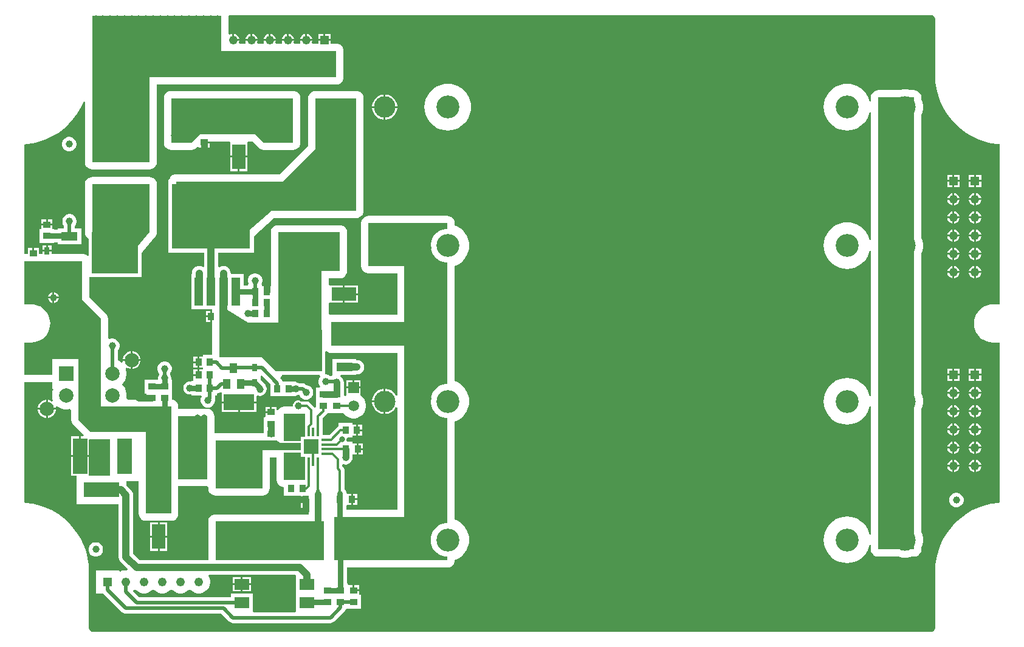
<source format=gtl>
G04*
G04 #@! TF.GenerationSoftware,Altium Limited,Altium Designer,24.5.2 (23)*
G04*
G04 Layer_Physical_Order=1*
G04 Layer_Color=255*
%FSLAX25Y25*%
%MOIN*%
G70*
G04*
G04 #@! TF.SameCoordinates,8FDF06D3-AC16-476C-BC71-0AF945C2432B*
G04*
G04*
G04 #@! TF.FilePolarity,Positive*
G04*
G01*
G75*
%ADD17C,0.03937*%
%ADD18R,0.08268X0.08268*%
%ADD19R,0.01181X0.04724*%
%ADD20R,0.04724X0.01181*%
%ADD21R,0.08661X0.16929*%
%ADD22R,0.16929X0.08661*%
%ADD23R,0.05906X0.08661*%
%ADD24R,0.04016X0.03701*%
%ADD25R,0.21260X0.11417*%
%ADD26R,0.08976X0.04724*%
%ADD27R,0.25197X0.22835*%
%ADD28R,0.03701X0.04016*%
%ADD29R,0.42913X0.35827*%
%ADD30R,0.04528X0.15551*%
%ADD31R,0.03937X0.03543*%
%ADD32R,0.13780X0.07284*%
%ADD33R,0.03543X0.03937*%
%ADD34R,0.07284X0.13780*%
%ADD35R,0.03150X0.03937*%
%ADD36R,0.03937X0.05512*%
%ADD37R,0.08268X0.05906*%
%ADD72C,0.01968*%
%ADD73C,0.03937*%
%ADD74C,0.01181*%
%ADD75C,0.03543*%
%ADD76C,0.03150*%
%ADD77C,0.05906*%
%ADD78R,0.05906X0.05906*%
%ADD79C,0.11811*%
%ADD80C,0.12598*%
%ADD81R,0.19685X0.07874*%
%ADD82R,0.07874X0.19685*%
%ADD83C,0.04803*%
%ADD84R,0.04803X0.04803*%
%ADD85R,0.07874X0.07874*%
%ADD86C,0.07874*%
%ADD87R,0.04803X0.04803*%
%ADD88C,0.02756*%
%ADD89C,0.03150*%
%ADD90C,0.02362*%
G36*
X110236Y320866D02*
X173228D01*
Y306299D01*
X70866D01*
Y278740D01*
Y259842D01*
X39370D01*
Y278740D01*
Y306299D01*
Y340158D01*
X110236D01*
Y320866D01*
D02*
G37*
G36*
X184252Y233071D02*
X137743D01*
X124803Y221654D01*
Y233071D01*
X85433D01*
X85433Y249213D01*
X144095D01*
X161811Y266929D01*
Y294882D01*
X184252D01*
Y233071D01*
D02*
G37*
G36*
X70866Y221260D02*
X64173Y213312D01*
Y221260D01*
X39370D01*
Y247638D01*
X70866D01*
Y221260D01*
D02*
G37*
G36*
X500000Y340312D02*
D01*
X500672Y340204D01*
X501241Y339824D01*
X501622Y339254D01*
X501625Y339239D01*
X501729Y338583D01*
X501741Y338523D01*
X501741Y337883D01*
X501743Y308057D01*
X501756Y307988D01*
X501736Y307571D01*
X501920Y303834D01*
X502469Y300132D01*
X503378Y296502D01*
X504638Y292979D01*
X506238Y289597D01*
X508162Y286387D01*
X510391Y283381D01*
X512904Y280609D01*
X515677Y278096D01*
X518682Y275867D01*
X521892Y273943D01*
X525275Y272343D01*
X528798Y271082D01*
X532428Y270173D01*
X536129Y269624D01*
X537162Y269573D01*
Y181735D01*
X533465D01*
X533465Y181735D01*
Y181735D01*
X533380Y181719D01*
X531827Y181596D01*
X530231Y181213D01*
X528713Y180585D01*
X527313Y179727D01*
X526064Y178660D01*
X524998Y177411D01*
X524140Y176011D01*
X523511Y174494D01*
X523128Y172897D01*
X522999Y171260D01*
X523128Y169623D01*
X523511Y168026D01*
X524140Y166509D01*
X524998Y165109D01*
X526064Y163860D01*
X527313Y162793D01*
X528713Y161935D01*
X530231Y161307D01*
X531827Y160923D01*
X533380Y160801D01*
X533465Y160784D01*
X537162D01*
Y72948D01*
X536130Y72897D01*
X532429Y72348D01*
X528798Y71439D01*
X525275Y70178D01*
X521892Y68578D01*
X518682Y66654D01*
X515676Y64425D01*
X512903Y61912D01*
X510390Y59139D01*
X508161Y56133D01*
X506237Y52923D01*
X504637Y49540D01*
X503376Y46016D01*
X502467Y42386D01*
X501918Y38685D01*
X501734Y34947D01*
X501755Y34530D01*
X501741Y34461D01*
Y3996D01*
X501729Y3937D01*
X501729D01*
X501625Y3280D01*
X501622Y3265D01*
X501241Y2696D01*
X500672Y2315D01*
X500066Y2195D01*
X500000Y2208D01*
X39370D01*
X39304Y2195D01*
X38698Y2315D01*
X38129Y2696D01*
X37748Y3265D01*
X37745Y3280D01*
X37641Y3937D01*
X37641D01*
X37629Y3996D01*
Y34461D01*
X37615Y34530D01*
X37636Y34947D01*
X37452Y38685D01*
X36903Y42386D01*
X35994Y46016D01*
X34733Y49540D01*
X33133Y52923D01*
X31209Y56133D01*
X28980Y59139D01*
X26467Y61912D01*
X23694Y64425D01*
X20688Y66654D01*
X17478Y68578D01*
X14095Y70178D01*
X10572Y71439D01*
X6942Y72348D01*
X3240Y72897D01*
X2208Y72948D01*
Y138942D01*
X17323D01*
Y135827D01*
X17547D01*
X18015Y135127D01*
X17625Y134186D01*
X17323Y132665D01*
Y131114D01*
X17625Y129593D01*
X17865Y129014D01*
X17309Y128527D01*
X16473Y129010D01*
X15217Y129347D01*
X15067D01*
Y124909D01*
X19504D01*
Y125059D01*
X19358Y125603D01*
X19986Y125965D01*
X20177Y125774D01*
X21467Y124912D01*
X22900Y124318D01*
X24421Y124016D01*
X25972D01*
X27219Y124264D01*
X27919Y123825D01*
Y118504D01*
X28054Y117476D01*
X28451Y116518D01*
X29082Y115696D01*
X29082Y115696D01*
X34863Y109914D01*
X34596Y109268D01*
X33177D01*
Y98925D01*
X37614D01*
Y107437D01*
X38140Y107898D01*
X38583Y107840D01*
X49213Y107840D01*
Y87795D01*
X37614D01*
Y97925D01*
X32677D01*
X27740D01*
Y87583D01*
X30709D01*
Y72047D01*
X53903D01*
Y43203D01*
X54038Y42175D01*
X54435Y41218D01*
X55066Y40395D01*
X58986Y36475D01*
X58642Y35830D01*
X58459Y35866D01*
X57210D01*
X55986Y35623D01*
X54832Y35145D01*
X54791Y35117D01*
X54173Y35447D01*
Y35866D01*
X41496D01*
Y23189D01*
X45502D01*
X45729Y22894D01*
X55768Y12855D01*
X55768Y12855D01*
X56385Y12381D01*
X57103Y12084D01*
X57874Y11982D01*
X110184D01*
X114429Y7737D01*
X115046Y7263D01*
X115765Y6966D01*
X116535Y6864D01*
X170079D01*
X170850Y6966D01*
X171568Y7263D01*
X172185Y7737D01*
X177697Y13248D01*
X178170Y13865D01*
X178304Y14189D01*
X178701Y14724D01*
X186653D01*
Y22362D01*
X185685D01*
Y24264D01*
X182677D01*
Y24764D01*
X182177D01*
Y27614D01*
X179669D01*
X179567Y28272D01*
Y28583D01*
X179164D01*
Y37368D01*
X210630D01*
X210630Y37368D01*
X234252D01*
X235280Y37503D01*
X236238Y37900D01*
X237060Y38531D01*
X237691Y39353D01*
X238088Y40311D01*
X238223Y41339D01*
Y41449D01*
X239748Y42081D01*
X241322Y43045D01*
X242725Y44244D01*
X243923Y45647D01*
X244887Y47220D01*
X245594Y48925D01*
X246024Y50719D01*
X246169Y52559D01*
X246024Y54399D01*
X245594Y56193D01*
X244887Y57898D01*
X243923Y59471D01*
X242725Y60874D01*
X241322Y62073D01*
X239748Y63037D01*
X238223Y63669D01*
Y100394D01*
Y117434D01*
X239748Y118065D01*
X241322Y119029D01*
X242725Y120228D01*
X243923Y121631D01*
X244887Y123205D01*
X245594Y124909D01*
X246024Y126704D01*
X246169Y128543D01*
X246024Y130383D01*
X245594Y132177D01*
X244887Y133882D01*
X243923Y135456D01*
X242725Y136859D01*
X241322Y138057D01*
X239748Y139021D01*
X238223Y139653D01*
X238223Y173228D01*
X238223Y173228D01*
Y202867D01*
X239748Y203498D01*
X241322Y204463D01*
X242725Y205661D01*
X243923Y207064D01*
X244887Y208638D01*
X245594Y210342D01*
X246024Y212137D01*
X246169Y213976D01*
X246024Y215816D01*
X245594Y217610D01*
X244887Y219315D01*
X243923Y220889D01*
X242725Y222292D01*
X241322Y223490D01*
X239748Y224454D01*
X238223Y225086D01*
Y226378D01*
X238088Y227406D01*
X237691Y228363D01*
X237060Y229186D01*
X236238Y229817D01*
X235280Y230214D01*
X234252Y230349D01*
X210630Y230349D01*
X190945D01*
X189917Y230214D01*
X188959Y229817D01*
X188137Y229186D01*
X187506Y228363D01*
X187109Y227406D01*
X186974Y226378D01*
Y202756D01*
X187109Y201728D01*
X187506Y200770D01*
X188137Y199948D01*
X188959Y199317D01*
X189917Y198920D01*
X190945Y198785D01*
X206659D01*
Y176018D01*
X170473D01*
X169910Y175944D01*
X169210Y176494D01*
Y182168D01*
X169473Y182760D01*
X169910Y182760D01*
X176862D01*
Y187402D01*
Y192043D01*
X169910D01*
X169473Y192043D01*
X169210Y192635D01*
Y196029D01*
X175197D01*
X176225Y196164D01*
X177182Y196561D01*
X178005Y197192D01*
X178636Y198014D01*
X179033Y198972D01*
X179168Y200000D01*
Y221260D01*
X179033Y222288D01*
X178636Y223245D01*
X178005Y224068D01*
X177182Y224699D01*
X176225Y225096D01*
X175197Y225231D01*
X141339D01*
X140311Y225096D01*
X139353Y224699D01*
X138531Y224068D01*
X137900Y223245D01*
X137503Y222288D01*
X137368Y221260D01*
Y191591D01*
X135500D01*
Y188583D01*
X134500D01*
Y191591D01*
X132598D01*
Y192559D01*
X132598D01*
X132291Y193091D01*
X132448Y193362D01*
X132717Y194364D01*
Y195400D01*
X132448Y196402D01*
X131930Y197299D01*
X131197Y198032D01*
X130299Y198551D01*
X129298Y198819D01*
X128261D01*
X127260Y198551D01*
X126362Y198032D01*
X125629Y197299D01*
X125111Y196402D01*
X124843Y195400D01*
Y194364D01*
X125111Y193362D01*
X125222Y193170D01*
X124961Y192559D01*
X124427Y192157D01*
X122337D01*
Y198494D01*
X115388D01*
Y198819D01*
X115253Y199847D01*
X114856Y200804D01*
X114225Y201627D01*
X113403Y202258D01*
X112445Y202655D01*
X111417Y202790D01*
X110390Y202655D01*
X109432Y202258D01*
X109239Y202110D01*
X108611Y202419D01*
Y210207D01*
X128065D01*
Y219236D01*
X139244Y229100D01*
X184252D01*
X185280Y229235D01*
X186238Y229632D01*
X187060Y230263D01*
X187691Y231085D01*
X188088Y232043D01*
X188223Y233071D01*
Y294882D01*
X188088Y295910D01*
X187691Y296867D01*
X187060Y297690D01*
X186238Y298321D01*
X185280Y298718D01*
X184252Y298853D01*
X161811D01*
X160783Y298718D01*
X159826Y298321D01*
X159003Y297690D01*
X158372Y296867D01*
X157975Y295910D01*
X157840Y294882D01*
Y268574D01*
X142450Y253184D01*
X85433D01*
X84405Y253048D01*
X83448Y252652D01*
X82625Y252021D01*
X81994Y251198D01*
X81597Y250240D01*
X81562Y249970D01*
X81215D01*
Y210207D01*
X100669D01*
Y202549D01*
X100041Y202239D01*
X100017Y202258D01*
X99059Y202655D01*
X98032Y202790D01*
X97004Y202655D01*
X96046Y202258D01*
X95224Y201627D01*
X94592Y200804D01*
X94196Y199847D01*
X94060Y198819D01*
Y198494D01*
X93732D01*
Y179006D01*
X105188D01*
Y178165D01*
X105027D01*
Y175197D01*
Y172228D01*
X105188D01*
Y153976D01*
X100079D01*
Y153008D01*
X98177D01*
Y150000D01*
X97677D01*
D01*
X98177D01*
Y146992D01*
X100079D01*
Y145921D01*
X98177D01*
Y142913D01*
X97677D01*
Y142413D01*
X94827D01*
Y139906D01*
X94169Y139803D01*
X93858D01*
Y139401D01*
X92913D01*
X91988Y139279D01*
X91126Y138922D01*
X90386Y138354D01*
X89818Y137614D01*
X89461Y136752D01*
X89340Y135827D01*
X89461Y134902D01*
X89818Y134040D01*
X90386Y133300D01*
X91126Y132732D01*
X91988Y132375D01*
X92913Y132253D01*
X93858D01*
Y131850D01*
X99033D01*
X99437Y131150D01*
X99150Y130654D01*
X98882Y129652D01*
Y128615D01*
X99150Y127614D01*
X99669Y126716D01*
X100401Y125984D01*
X101299Y125465D01*
X102301Y125197D01*
X103337D01*
X104339Y125465D01*
X105236Y125984D01*
X105969Y126716D01*
X106488Y127614D01*
X106756Y128615D01*
Y129652D01*
X106653Y130037D01*
Y131850D01*
X107717D01*
Y132849D01*
X107874D01*
X108645Y132950D01*
X109363Y133248D01*
X109646Y133465D01*
X109797D01*
X110422Y133283D01*
Y128453D01*
X119887D01*
Y127953D01*
D01*
Y128453D01*
X129351D01*
Y131468D01*
X130051Y131879D01*
X130578Y131661D01*
X131503Y131539D01*
X132428Y131661D01*
X133290Y132018D01*
X134030Y132586D01*
X134598Y133326D01*
X134955Y134188D01*
X135077Y135113D01*
Y135623D01*
X134955Y136548D01*
X134598Y137410D01*
X134030Y138150D01*
X131890Y140290D01*
Y142358D01*
X132590Y142648D01*
X137165Y138072D01*
Y131457D01*
X151024D01*
Y131859D01*
X151221D01*
X152146Y131981D01*
X152583Y132162D01*
X153024Y131945D01*
X153542Y131047D01*
X154276Y130314D01*
X155173Y129796D01*
X156175Y129528D01*
X157211D01*
X158212Y129796D01*
X159110Y130314D01*
X159843Y131047D01*
X160362Y131945D01*
X160630Y132946D01*
Y133983D01*
X160362Y134984D01*
X159843Y135882D01*
X159110Y136615D01*
X158212Y137133D01*
X157211Y137402D01*
X156968D01*
X156830Y137539D01*
X156213Y138012D01*
X155495Y138310D01*
X154724Y138411D01*
X153160D01*
X153007Y138528D01*
X152146Y138885D01*
X151221Y139007D01*
X151024D01*
Y139409D01*
X143760D01*
X143514Y140004D01*
X143041Y140621D01*
X143041Y140621D01*
X142580Y141081D01*
X142750Y141901D01*
X142902Y142012D01*
X142930Y142047D01*
X142965Y142074D01*
X143254Y142451D01*
X143552Y142821D01*
X143569Y142861D01*
X143596Y142896D01*
X143604Y142913D01*
X164308D01*
X164598Y142213D01*
X164172Y141787D01*
X163654Y140890D01*
X163386Y139888D01*
Y138852D01*
X163654Y137850D01*
X164172Y136953D01*
X164362Y136763D01*
X164072Y136063D01*
X162165D01*
Y128425D01*
Y125435D01*
X161465Y125198D01*
X161274Y125447D01*
X158912Y127809D01*
X158377Y128220D01*
X157755Y128477D01*
X157087Y128565D01*
X153829D01*
X153508Y128751D01*
X152753Y128953D01*
X151971D01*
X151216Y128751D01*
X150540Y128360D01*
X149987Y127807D01*
X149596Y127130D01*
X149394Y126375D01*
Y125625D01*
X144493D01*
X143465Y125489D01*
X142508Y125092D01*
X141685Y124461D01*
X141075Y123666D01*
X141005Y123660D01*
X140375Y123872D01*
Y125478D01*
X137906D01*
Y122706D01*
X137406D01*
Y122206D01*
X134438D01*
X134438Y119934D01*
X133813Y119753D01*
X133469D01*
Y114409D01*
X133425D01*
Y111058D01*
X107091D01*
X106860Y111027D01*
X106333Y111489D01*
Y120472D01*
X106198Y121500D01*
X105801Y122458D01*
X105170Y123280D01*
X104348Y123911D01*
X103390Y124308D01*
X102362Y124443D01*
X86648D01*
Y125591D01*
X86513Y126618D01*
X86116Y127576D01*
X85485Y128399D01*
X84663Y129030D01*
X83705Y129426D01*
X83110Y129505D01*
Y132756D01*
Y140394D01*
X82708D01*
Y141339D01*
X82586Y142264D01*
X82229Y143125D01*
X82112Y143278D01*
Y143867D01*
X82284Y144039D01*
X82803Y144937D01*
X83071Y145938D01*
Y146975D01*
X82803Y147976D01*
X82284Y148874D01*
X81551Y149607D01*
X80654Y150125D01*
X79652Y150394D01*
X78615D01*
X77614Y150125D01*
X76717Y149607D01*
X75984Y148874D01*
X75465Y147976D01*
X75197Y146975D01*
Y145938D01*
X75465Y144937D01*
X75984Y144039D01*
X76156Y143867D01*
Y143278D01*
X76039Y143125D01*
X75682Y142264D01*
X75560Y141339D01*
Y140394D01*
X68071D01*
Y132756D01*
X69039D01*
Y130854D01*
X72047D01*
Y129854D01*
X69039D01*
Y129561D01*
X58673D01*
X58098Y130262D01*
X58268Y131114D01*
Y132665D01*
X57965Y134186D01*
X57372Y135619D01*
X56510Y136909D01*
X55624Y137795D01*
X56510Y138681D01*
X57372Y139971D01*
X57965Y141404D01*
X58268Y142925D01*
Y144476D01*
X57965Y145998D01*
X57725Y146576D01*
X58281Y147064D01*
X59118Y146581D01*
X60374Y146244D01*
X60524D01*
Y150681D01*
X56087D01*
Y150531D01*
X56232Y149988D01*
X55605Y149626D01*
X55413Y149817D01*
X54124Y150679D01*
X53372Y150990D01*
Y156466D01*
X53544Y156638D01*
X54062Y157536D01*
X54331Y158537D01*
Y159573D01*
X54062Y160575D01*
X53544Y161472D01*
X52811Y162206D01*
X51913Y162724D01*
X50912Y162992D01*
X49875D01*
X48874Y162724D01*
X48672Y162607D01*
X48066Y162957D01*
Y174016D01*
X47930Y175043D01*
X47534Y176001D01*
X46902Y176824D01*
X37829Y185897D01*
Y196698D01*
X66531D01*
Y210133D01*
X66703Y210291D01*
X66981Y210504D01*
X67085Y210639D01*
X67211Y210754D01*
X73904Y218702D01*
X74092Y218997D01*
X74305Y219274D01*
X74370Y219432D01*
X74462Y219575D01*
X74568Y219909D01*
X74702Y220232D01*
X74724Y220401D01*
X74776Y220563D01*
X74791Y220913D01*
X74837Y221260D01*
Y247638D01*
X74702Y248666D01*
X74305Y249623D01*
X73674Y250446D01*
X72852Y251077D01*
X71894Y251473D01*
X70866Y251609D01*
X39370D01*
X38342Y251473D01*
X37385Y251077D01*
X36562Y250446D01*
X35931Y249623D01*
X35534Y248666D01*
X35399Y247638D01*
Y221260D01*
X35534Y220232D01*
X35931Y219274D01*
X36562Y218452D01*
X37385Y217821D01*
X37397Y217816D01*
Y208518D01*
X36697Y208280D01*
X36666Y208320D01*
X35844Y208951D01*
X34886Y209348D01*
X33858Y209483D01*
X17142D01*
Y210720D01*
X14567D01*
X11992D01*
Y209483D01*
X10095D01*
Y212653D01*
X7587D01*
Y209803D01*
X6587D01*
Y212653D01*
X4079D01*
Y209483D01*
X2196D01*
Y269571D01*
X3240Y269623D01*
X6942Y270172D01*
X10572Y271081D01*
X14095Y272342D01*
X17478Y273942D01*
X20688Y275866D01*
X23694Y278095D01*
X26467Y280608D01*
X28980Y283381D01*
X31209Y286387D01*
X33133Y289597D01*
X34733Y292980D01*
X35399Y292864D01*
Y278740D01*
Y259842D01*
X35534Y258815D01*
X35931Y257857D01*
X36562Y257035D01*
X37385Y256404D01*
X38342Y256007D01*
X39370Y255872D01*
X70866D01*
X71894Y256007D01*
X72852Y256404D01*
X73674Y257035D01*
X74305Y257857D01*
X74702Y258815D01*
X74837Y259842D01*
Y278740D01*
Y302328D01*
X173228D01*
X174256Y302464D01*
X175214Y302860D01*
X176036Y303491D01*
X176667Y304314D01*
X177064Y305271D01*
X177199Y306299D01*
Y320866D01*
X177064Y321894D01*
X176667Y322852D01*
X176036Y323674D01*
X175214Y324305D01*
X174256Y324702D01*
X173228Y324837D01*
X170134D01*
Y326272D01*
X163331D01*
Y324837D01*
X160243D01*
X160016Y325231D01*
X159923Y325537D01*
X160120Y326272D01*
X153345D01*
X153542Y325537D01*
X153449Y325231D01*
X153221Y324837D01*
X150243D01*
X150016Y325231D01*
X149923Y325537D01*
X150120Y326272D01*
X143345D01*
X143542Y325537D01*
X143449Y325231D01*
X143221Y324837D01*
X140243D01*
X140016Y325231D01*
X139923Y325537D01*
X140120Y326272D01*
X133345D01*
X133542Y325537D01*
X133449Y325231D01*
X133221Y324837D01*
X130243D01*
X130016Y325231D01*
X129923Y325537D01*
X130120Y326272D01*
X123345D01*
X123541Y325537D01*
X123449Y325231D01*
X123221Y324837D01*
X120243D01*
X120016Y325231D01*
X119923Y325537D01*
X120120Y326272D01*
X116732D01*
Y326772D01*
X116232D01*
Y330159D01*
X115419Y329941D01*
X114907Y329646D01*
X114207Y329987D01*
Y340158D01*
X114343Y340312D01*
X499315D01*
X500000Y340312D01*
D02*
G37*
G36*
X175197Y200000D02*
X165239D01*
Y166929D01*
X144488D01*
Y157874D01*
Y152756D01*
X140157D01*
Y144882D01*
X132626Y152756D01*
X109159Y152756D01*
Y185039D01*
X113566D01*
Y178740D01*
X124803Y171653D01*
X141339D01*
Y221260D01*
X175197D01*
Y200000D01*
D02*
G37*
G36*
X33858Y196063D02*
Y184252D01*
X44094Y174016D01*
Y151575D01*
Y125591D01*
X82677D01*
Y66929D01*
X68898D01*
Y111811D01*
X38583Y111811D01*
X31890Y118504D01*
Y151575D01*
X17323D01*
Y142913D01*
X2208D01*
Y160784D01*
X5906D01*
X5906Y160784D01*
Y160784D01*
X5990Y160801D01*
X7543Y160923D01*
X9139Y161307D01*
X10657Y161935D01*
X12057Y162793D01*
X13306Y163860D01*
X14372Y165109D01*
X15230Y166509D01*
X15859Y168026D01*
X16242Y169623D01*
X16371Y171260D01*
X16242Y172897D01*
X15859Y174494D01*
X15230Y176011D01*
X14372Y177411D01*
X13306Y178660D01*
X12057Y179727D01*
X10657Y180585D01*
X9139Y181213D01*
X7543Y181596D01*
X5990Y181719D01*
X5906Y181735D01*
X2196D01*
Y196623D01*
Y205512D01*
X33858D01*
Y196063D01*
D02*
G37*
G36*
X148031Y160630D02*
Y164961D01*
X151969D01*
X148031Y160630D01*
D02*
G37*
G36*
X168487Y155616D02*
X169445Y155219D01*
X170473Y155084D01*
X206659D01*
Y131866D01*
X205959Y131727D01*
X205923Y131814D01*
X205167Y132945D01*
X204205Y133907D01*
X203074Y134663D01*
X201817Y135183D01*
X200483Y135449D01*
X200303D01*
Y128543D01*
Y121638D01*
X200483D01*
X201817Y121903D01*
X203074Y122424D01*
X204205Y123179D01*
X205167Y124141D01*
X205923Y125272D01*
X205959Y125360D01*
X206659Y125221D01*
Y119291D01*
Y100394D01*
Y68932D01*
X178785D01*
Y70866D01*
X178951D01*
Y71210D01*
X179132Y71835D01*
X179651Y71835D01*
X181404D01*
Y74803D01*
Y77772D01*
X179132Y77772D01*
X178951Y78397D01*
Y78740D01*
X178691D01*
X178677Y78850D01*
X178320Y79712D01*
X177806Y80382D01*
Y90523D01*
X177718Y91191D01*
X177460Y91814D01*
X177050Y92348D01*
X176597Y92801D01*
Y93684D01*
X177179Y94073D01*
X177370Y93994D01*
X178347Y93865D01*
X179323Y93994D01*
X180233Y94371D01*
X181014Y94970D01*
X181614Y95752D01*
X181990Y96661D01*
X182119Y97638D01*
Y98755D01*
X182268Y99394D01*
X182819Y99394D01*
X184539D01*
Y102362D01*
Y105331D01*
X182268Y105331D01*
X182087Y105956D01*
Y106299D01*
X179250D01*
X178996Y106611D01*
X178809Y106999D01*
X178853Y107161D01*
X178871Y107206D01*
X178877Y107254D01*
X178953Y107535D01*
Y107826D01*
X178959Y107874D01*
X178953Y107922D01*
Y108213D01*
X179568Y108622D01*
X182205D01*
Y109591D01*
X184106D01*
Y112598D01*
Y115606D01*
X182205D01*
Y116575D01*
X174567D01*
Y114944D01*
X174300Y114834D01*
X173765Y114424D01*
X169373Y110031D01*
X167441D01*
X167273Y110009D01*
X165768D01*
Y111515D01*
X165790Y111682D01*
Y119226D01*
X167967Y121403D01*
X168377Y121938D01*
X168488Y122205D01*
X170118D01*
Y122205D01*
X176995D01*
X177325Y121710D01*
X178285Y120751D01*
X179414Y119997D01*
X180667Y119477D01*
X181999Y119213D01*
X183356D01*
X184687Y119477D01*
X185941Y119997D01*
X187069Y120751D01*
X188029Y121710D01*
X188783Y122839D01*
X189302Y124093D01*
X189567Y125424D01*
Y126781D01*
X189302Y128112D01*
X188783Y129366D01*
X188029Y130494D01*
X187069Y131454D01*
X186912Y131559D01*
X186630Y132150D01*
X186630D01*
X186630Y132150D01*
Y135602D01*
X182677D01*
X178724D01*
Y132150D01*
X178724Y132150D01*
X178724D01*
X178446Y131562D01*
X178285Y131454D01*
X178245Y131414D01*
X177598Y131682D01*
Y136063D01*
X177394D01*
Y138976D01*
X177266Y139953D01*
X176889Y140863D01*
X176290Y141644D01*
X175547Y142213D01*
X175543Y142287D01*
X175869Y142913D01*
X184134D01*
Y143273D01*
X184646D01*
X185673Y143408D01*
X186631Y143805D01*
X187454Y144436D01*
X188085Y145259D01*
X188481Y146216D01*
X188617Y147244D01*
X188481Y148272D01*
X188085Y149230D01*
X187454Y150052D01*
X186631Y150683D01*
X185673Y151080D01*
X184646Y151215D01*
X184134D01*
Y151575D01*
X171221D01*
Y143048D01*
X171221Y142913D01*
X170895Y142348D01*
X169912D01*
X169740Y142520D01*
X168842Y143039D01*
X167841Y143307D01*
X167244D01*
Y155687D01*
X167944Y156033D01*
X168487Y155616D01*
D02*
G37*
G36*
X156121Y109124D02*
X153942D01*
Y106761D01*
X144493D01*
Y121653D01*
X156121D01*
Y109124D01*
D02*
G37*
G36*
X102362Y85895D02*
X86614D01*
Y120472D01*
X102362D01*
Y85895D01*
D02*
G37*
G36*
X153942Y98100D02*
X156304D01*
Y85433D01*
X144493D01*
Y100462D01*
X153942D01*
Y98100D01*
D02*
G37*
G36*
X140556Y107082D02*
X142434Y105580D01*
X153942D01*
Y101643D01*
X132682D01*
Y80777D01*
X107091D01*
Y107087D01*
X140556D01*
Y107082D01*
D02*
G37*
G36*
X163786Y82336D02*
X163945Y80330D01*
X164018Y79960D01*
X164104Y79643D01*
X164204Y79379D01*
X164317Y79167D01*
X164443Y79008D01*
X161935D01*
X162061Y79167D01*
X162174Y79379D01*
X162274Y79643D01*
X162360Y79960D01*
X162433Y80330D01*
X162492Y80753D01*
X162572Y81756D01*
X162598Y82970D01*
X163779D01*
X163786Y82336D01*
D02*
G37*
G36*
X140522Y85433D02*
X140657Y84405D01*
X141054Y83448D01*
X141685Y82625D01*
X142508Y81994D01*
X143465Y81597D01*
X144493Y81462D01*
X144646D01*
Y76732D01*
X153724D01*
Y75303D01*
X156496D01*
Y74303D01*
X153724D01*
Y71835D01*
X153724D01*
Y71472D01*
X153724D01*
Y69004D01*
X156496D01*
Y68004D01*
X153724D01*
Y66569D01*
X107091D01*
X106064Y66434D01*
X105106Y66037D01*
X104283Y65406D01*
X103652Y64584D01*
X103256Y63626D01*
X103120Y62598D01*
Y41372D01*
X65320D01*
X61845Y44848D01*
Y77071D01*
X61710Y78099D01*
X61313Y79057D01*
X60682Y79879D01*
X58268Y82293D01*
Y84646D01*
X64927D01*
Y66929D01*
X65062Y65901D01*
X65459Y64944D01*
X66090Y64121D01*
X66912Y63490D01*
X67870Y63094D01*
X68898Y62958D01*
X82677D01*
X83705Y63094D01*
X84663Y63490D01*
X85485Y64121D01*
X86116Y64944D01*
X86513Y65901D01*
X86648Y66929D01*
Y81924D01*
X102362D01*
X102594Y81955D01*
X103120Y81493D01*
Y80777D01*
X103256Y79749D01*
X103652Y78791D01*
X104283Y77969D01*
X105106Y77338D01*
X106064Y76941D01*
X107091Y76806D01*
X132682D01*
X133710Y76941D01*
X134667Y77338D01*
X135490Y77969D01*
X136121Y78791D01*
X136518Y79749D01*
X136653Y80777D01*
Y97672D01*
X140522D01*
Y85433D01*
D02*
G37*
G36*
X234252Y223228D02*
X233364Y223185D01*
X231623Y222838D01*
X229983Y222159D01*
X228507Y221173D01*
X227252Y219918D01*
X226266Y218442D01*
X225587Y216802D01*
X225240Y215061D01*
X225197Y214173D01*
X225197D01*
Y213779D01*
X225240Y212892D01*
X225587Y211151D01*
X226266Y209511D01*
X227252Y208035D01*
X228507Y206780D01*
X229983Y205794D01*
X231623Y205114D01*
X233364Y204768D01*
X234252Y204724D01*
Y173228D01*
X210630Y173228D01*
X234252D01*
X234252Y138189D01*
Y138189D01*
X233364Y138145D01*
X231623Y137799D01*
X229983Y137120D01*
X228507Y136134D01*
X227252Y134878D01*
X226266Y133402D01*
X225587Y131762D01*
X225240Y130021D01*
X225197Y129134D01*
X225197Y128347D01*
X225197D01*
X225240Y127459D01*
X225587Y125718D01*
X226266Y124078D01*
X227252Y122602D01*
X228507Y121347D01*
X229983Y120361D01*
X231623Y119681D01*
X233364Y119335D01*
X234252Y119291D01*
X210630Y119291D01*
X234252D01*
Y100394D01*
Y61811D01*
X210630D01*
Y61811D01*
X234252D01*
X233364Y61767D01*
X231623Y61421D01*
X229983Y60742D01*
X228507Y59756D01*
X227252Y58500D01*
X226266Y57025D01*
X225587Y55384D01*
X225240Y53644D01*
X225197Y52756D01*
Y51968D01*
X225239Y51120D01*
X225570Y49454D01*
X226220Y47886D01*
X227163Y46474D01*
X228363Y45273D01*
X229775Y44330D01*
X231344Y43680D01*
X233009Y43349D01*
X233858Y43307D01*
X234252D01*
Y41339D01*
X210630D01*
Y41339D01*
X172047D01*
Y64961D01*
X210630D01*
Y100394D01*
Y119291D01*
Y159055D01*
X170473D01*
Y172047D01*
X210630D01*
Y173228D01*
Y202756D01*
X190945D01*
Y226378D01*
X210630D01*
X234252Y226378D01*
Y223228D01*
D02*
G37*
G36*
X166535Y41339D02*
X107091D01*
Y62598D01*
X166535D01*
Y41339D01*
D02*
G37*
G36*
X151181Y33150D02*
Y23307D01*
X151181D01*
Y23150D01*
X151181D01*
Y13307D01*
X150682Y12821D01*
X128058D01*
X127559Y13307D01*
Y23150D01*
X115354D01*
Y21207D01*
X65025D01*
X61853Y24378D01*
X61875Y24604D01*
X62353Y25082D01*
X62835Y25431D01*
X63316Y25082D01*
X63794Y24604D01*
X64832Y23910D01*
X65986Y23433D01*
X67210Y23189D01*
X68459D01*
X69684Y23433D01*
X70837Y23910D01*
X71875Y24604D01*
X72353Y25082D01*
X72835Y25431D01*
X73316Y25082D01*
X73794Y24604D01*
X74832Y23910D01*
X75986Y23433D01*
X77210Y23189D01*
X78459D01*
X79684Y23433D01*
X80837Y23910D01*
X81875Y24604D01*
X82353Y25082D01*
X82835Y25431D01*
X83316Y25082D01*
X83794Y24604D01*
X84832Y23910D01*
X85986Y23433D01*
X87210Y23189D01*
X88459D01*
X89684Y23433D01*
X90837Y23910D01*
X91875Y24604D01*
X92353Y25082D01*
X92835Y25431D01*
X93316Y25082D01*
X93794Y24604D01*
X94832Y23910D01*
X95986Y23433D01*
X97210Y23189D01*
X98459D01*
X99684Y23433D01*
X100837Y23910D01*
X101875Y24604D01*
X102758Y25487D01*
X103452Y26525D01*
X103930Y27679D01*
X104173Y28903D01*
Y30152D01*
X103930Y31376D01*
X103452Y32530D01*
X103263Y32813D01*
X103593Y33431D01*
X150598D01*
X151181Y33150D01*
D02*
G37*
%LPC*%
G36*
X170134Y330173D02*
X167232D01*
Y327272D01*
X170134D01*
Y330173D01*
D02*
G37*
G36*
X166232D02*
X163331D01*
Y327272D01*
X166232D01*
Y330173D01*
D02*
G37*
G36*
X157232Y330159D02*
Y327272D01*
X160120D01*
X159902Y328085D01*
X159454Y328860D01*
X158821Y329494D01*
X158045Y329941D01*
X157232Y330159D01*
D02*
G37*
G36*
X156232D02*
X155419Y329941D01*
X154644Y329494D01*
X154010Y328860D01*
X153562Y328085D01*
X153345Y327272D01*
X156232D01*
Y330159D01*
D02*
G37*
G36*
X147232D02*
Y327272D01*
X150120D01*
X149902Y328085D01*
X149454Y328860D01*
X148821Y329494D01*
X148045Y329941D01*
X147232Y330159D01*
D02*
G37*
G36*
X146232D02*
X145419Y329941D01*
X144644Y329494D01*
X144010Y328860D01*
X143562Y328085D01*
X143345Y327272D01*
X146232D01*
Y330159D01*
D02*
G37*
G36*
X137232D02*
Y327272D01*
X140120D01*
X139902Y328085D01*
X139454Y328860D01*
X138821Y329494D01*
X138045Y329941D01*
X137232Y330159D01*
D02*
G37*
G36*
X136232D02*
X135419Y329941D01*
X134644Y329494D01*
X134010Y328860D01*
X133563Y328085D01*
X133345Y327272D01*
X136232D01*
Y330159D01*
D02*
G37*
G36*
X127232D02*
Y327272D01*
X130120D01*
X129902Y328085D01*
X129454Y328860D01*
X128821Y329494D01*
X128045Y329941D01*
X127232Y330159D01*
D02*
G37*
G36*
X126232D02*
X125419Y329941D01*
X124644Y329494D01*
X124010Y328860D01*
X123563Y328085D01*
X123345Y327272D01*
X126232D01*
Y330159D01*
D02*
G37*
G36*
X117232D02*
Y327272D01*
X120120D01*
X119902Y328085D01*
X119454Y328860D01*
X118821Y329494D01*
X118045Y329941D01*
X117232Y330159D01*
D02*
G37*
G36*
X200483Y296866D02*
X200303D01*
Y290461D01*
X206709D01*
Y290641D01*
X206443Y291975D01*
X205923Y293232D01*
X205167Y294363D01*
X204205Y295324D01*
X203074Y296080D01*
X201817Y296601D01*
X200483Y296866D01*
D02*
G37*
G36*
X199303D02*
X199123D01*
X197789Y296601D01*
X196532Y296080D01*
X195401Y295324D01*
X194439Y294363D01*
X193684Y293232D01*
X193163Y291975D01*
X192898Y290641D01*
Y290461D01*
X199303D01*
Y296866D01*
D02*
G37*
G36*
X206709Y289461D02*
X200303D01*
Y283055D01*
X200483D01*
X201817Y283320D01*
X203074Y283841D01*
X204205Y284597D01*
X205167Y285559D01*
X205923Y286690D01*
X206443Y287946D01*
X206709Y289281D01*
Y289461D01*
D02*
G37*
G36*
X199303D02*
X192898D01*
Y289281D01*
X193163Y287946D01*
X193684Y286690D01*
X194439Y285559D01*
X195401Y284597D01*
X196532Y283841D01*
X197789Y283320D01*
X199123Y283055D01*
X199303D01*
Y289461D01*
D02*
G37*
G36*
X234409Y302744D02*
X232410Y302587D01*
X230459Y302118D01*
X228606Y301351D01*
X226895Y300303D01*
X225370Y299000D01*
X224067Y297475D01*
X223019Y295764D01*
X222252Y293911D01*
X221783Y291960D01*
X221626Y289961D01*
X221783Y287961D01*
X222252Y286010D01*
X223019Y284157D01*
X224067Y282447D01*
X225370Y280921D01*
X226895Y279619D01*
X228606Y278570D01*
X230459Y277803D01*
X232410Y277334D01*
X234409Y277177D01*
X236409Y277334D01*
X238360Y277803D01*
X240213Y278570D01*
X241923Y279619D01*
X243449Y280921D01*
X244752Y282447D01*
X245800Y284157D01*
X246567Y286010D01*
X247036Y287961D01*
X247193Y289961D01*
X247036Y291960D01*
X246567Y293911D01*
X245800Y295764D01*
X244752Y297475D01*
X243449Y299000D01*
X241923Y300303D01*
X240213Y301351D01*
X238360Y302118D01*
X236409Y302587D01*
X234409Y302744D01*
D02*
G37*
G36*
X103756Y270169D02*
X101287D01*
Y267898D01*
X103756D01*
Y270169D01*
D02*
G37*
G36*
X149606Y298853D02*
X82677D01*
X81649Y298718D01*
X80692Y298321D01*
X79869Y297690D01*
X79238Y296867D01*
X78842Y295910D01*
X78706Y294882D01*
Y270472D01*
X78842Y269445D01*
X79238Y268487D01*
X79869Y267665D01*
X80692Y267034D01*
X81649Y266637D01*
X82677Y266501D01*
X93701D01*
X94728Y266637D01*
X95686Y267034D01*
X96509Y267665D01*
X96509Y267665D01*
X97172Y268328D01*
X97819Y268060D01*
Y267898D01*
X100287D01*
Y270669D01*
X100787D01*
Y271169D01*
X103756D01*
Y271226D01*
X114659D01*
X115043Y270685D01*
X115043Y270526D01*
Y263295D01*
X119685D01*
X124327D01*
Y270526D01*
X124327Y270685D01*
X124711Y271226D01*
X127095D01*
X130657Y267665D01*
X131479Y267034D01*
X132437Y266637D01*
X133465Y266501D01*
X149606D01*
X150634Y266637D01*
X151592Y267034D01*
X152414Y267665D01*
X153045Y268487D01*
X153442Y269445D01*
X153577Y270472D01*
Y294882D01*
X153442Y295910D01*
X153045Y296867D01*
X152414Y297690D01*
X151592Y298321D01*
X150634Y298718D01*
X149606Y298853D01*
D02*
G37*
G36*
X27290Y273622D02*
X26253D01*
X25252Y273354D01*
X24354Y272835D01*
X23621Y272102D01*
X23103Y271205D01*
X22835Y270203D01*
Y269167D01*
X23103Y268165D01*
X23621Y267268D01*
X24354Y266535D01*
X25252Y266016D01*
X26253Y265748D01*
X27290D01*
X28291Y266016D01*
X29189Y266535D01*
X29922Y267268D01*
X30440Y268165D01*
X30709Y269167D01*
Y270203D01*
X30440Y271205D01*
X29922Y272102D01*
X29189Y272835D01*
X28291Y273354D01*
X27290Y273622D01*
D02*
G37*
G36*
X124327Y262295D02*
X120185D01*
Y254906D01*
X124327D01*
Y262295D01*
D02*
G37*
G36*
X119185D02*
X115043D01*
Y254906D01*
X119185D01*
Y262295D01*
D02*
G37*
G36*
X515213Y252811D02*
X512311D01*
Y249909D01*
X515213D01*
Y252811D01*
D02*
G37*
G36*
X511311D02*
X508410D01*
Y249909D01*
X511311D01*
Y252811D01*
D02*
G37*
G36*
X527024D02*
X524122D01*
Y249909D01*
X527024D01*
Y252811D01*
D02*
G37*
G36*
X523122D02*
X520221D01*
Y249909D01*
X523122D01*
Y252811D01*
D02*
G37*
G36*
X527024Y248909D02*
X524122D01*
Y246008D01*
X527024D01*
Y248909D01*
D02*
G37*
G36*
X523122D02*
X520221D01*
Y246008D01*
X523122D01*
Y248909D01*
D02*
G37*
G36*
X515213Y248909D02*
X512311D01*
Y246008D01*
X515213D01*
Y248909D01*
D02*
G37*
G36*
X511311D02*
X508410D01*
Y246008D01*
X511311D01*
Y248909D01*
D02*
G37*
G36*
X512311Y242797D02*
Y239909D01*
X515199D01*
X514981Y240722D01*
X514533Y241498D01*
X513900Y242131D01*
X513124Y242579D01*
X512311Y242797D01*
D02*
G37*
G36*
X511311D02*
X510498Y242579D01*
X509722Y242131D01*
X509089Y241498D01*
X508641Y240722D01*
X508423Y239909D01*
X511311D01*
Y242797D01*
D02*
G37*
G36*
X524122Y242797D02*
Y239909D01*
X527010D01*
X526792Y240722D01*
X526344Y241498D01*
X525711Y242131D01*
X524935Y242579D01*
X524122Y242797D01*
D02*
G37*
G36*
X523122Y242797D02*
X522309Y242579D01*
X521533Y242131D01*
X520900Y241498D01*
X520452Y240722D01*
X520234Y239909D01*
X523122D01*
Y242797D01*
D02*
G37*
G36*
X527010Y238909D02*
X524122D01*
Y236022D01*
X524935Y236240D01*
X525711Y236687D01*
X526344Y237321D01*
X526792Y238096D01*
X527010Y238909D01*
D02*
G37*
G36*
X515199Y238909D02*
X512311D01*
Y236022D01*
X513124Y236240D01*
X513900Y236687D01*
X514533Y237321D01*
X514981Y238096D01*
X515199Y238909D01*
D02*
G37*
G36*
X511311D02*
X508423D01*
X508641Y238096D01*
X509089Y237321D01*
X509722Y236687D01*
X510498Y236240D01*
X511311Y236022D01*
Y238909D01*
D02*
G37*
G36*
X523122Y238909D02*
X520234D01*
X520452Y238096D01*
X520900Y237321D01*
X521533Y236687D01*
X522309Y236240D01*
X523122Y236022D01*
Y238909D01*
D02*
G37*
G36*
X512311Y232797D02*
Y229909D01*
X515199D01*
X514981Y230722D01*
X514533Y231498D01*
X513900Y232131D01*
X513124Y232579D01*
X512311Y232797D01*
D02*
G37*
G36*
X511311D02*
X510498Y232579D01*
X509722Y232131D01*
X509089Y231498D01*
X508641Y230722D01*
X508423Y229909D01*
X511311D01*
Y232797D01*
D02*
G37*
G36*
X524122Y232797D02*
Y229909D01*
X527010D01*
X526792Y230722D01*
X526344Y231498D01*
X525711Y232131D01*
X524935Y232579D01*
X524122Y232797D01*
D02*
G37*
G36*
X523122Y232797D02*
X522309Y232579D01*
X521533Y232131D01*
X520900Y231498D01*
X520452Y230722D01*
X520234Y229909D01*
X523122D01*
Y232797D01*
D02*
G37*
G36*
X17575Y228402D02*
X15067D01*
Y226051D01*
X17575D01*
Y228402D01*
D02*
G37*
G36*
X14067D02*
X11559D01*
Y226051D01*
X14067D01*
Y228402D01*
D02*
G37*
G36*
X527010Y228909D02*
X524122D01*
Y226022D01*
X524935Y226240D01*
X525711Y226688D01*
X526344Y227321D01*
X526792Y228097D01*
X527010Y228909D01*
D02*
G37*
G36*
X515199Y228909D02*
X512311D01*
Y226022D01*
X513124Y226240D01*
X513900Y226688D01*
X514533Y227321D01*
X514981Y228097D01*
X515199Y228909D01*
D02*
G37*
G36*
X511311D02*
X508423D01*
X508641Y228097D01*
X509089Y227321D01*
X509722Y226688D01*
X510498Y226240D01*
X511311Y226022D01*
Y228909D01*
D02*
G37*
G36*
X523122Y228909D02*
X520234D01*
X520452Y228097D01*
X520900Y227321D01*
X521533Y226688D01*
X522309Y226240D01*
X523122Y226022D01*
Y228909D01*
D02*
G37*
G36*
X27499Y231284D02*
X26462D01*
X25461Y231015D01*
X24563Y230497D01*
X23830Y229764D01*
X23312Y228866D01*
X23043Y227865D01*
Y226828D01*
X23312Y225827D01*
X23830Y224929D01*
X23985Y224774D01*
Y223470D01*
X20507D01*
Y222905D01*
X18543D01*
Y223150D01*
X17575D01*
Y225051D01*
X14567D01*
Y225551D01*
D01*
Y225051D01*
X11559D01*
Y223150D01*
X10591D01*
Y215512D01*
X18543D01*
Y215757D01*
X20507D01*
Y214808D01*
X33420D01*
Y223470D01*
X29942D01*
Y224740D01*
X30131Y224929D01*
X30649Y225827D01*
X30917Y226828D01*
Y227865D01*
X30649Y228866D01*
X30131Y229764D01*
X29398Y230497D01*
X28500Y231015D01*
X27499Y231284D01*
D02*
G37*
G36*
X512311Y222797D02*
Y219909D01*
X515199D01*
X514981Y220722D01*
X514533Y221498D01*
X513900Y222131D01*
X513124Y222579D01*
X512311Y222797D01*
D02*
G37*
G36*
X511311D02*
X510498Y222579D01*
X509722Y222131D01*
X509089Y221498D01*
X508641Y220722D01*
X508423Y219909D01*
X511311D01*
Y222797D01*
D02*
G37*
G36*
X524122Y222797D02*
Y219909D01*
X527010D01*
X526792Y220722D01*
X526344Y221498D01*
X525711Y222131D01*
X524935Y222579D01*
X524122Y222797D01*
D02*
G37*
G36*
X523122Y222797D02*
X522309Y222579D01*
X521533Y222131D01*
X520900Y221498D01*
X520452Y220722D01*
X520234Y219909D01*
X523122D01*
Y222797D01*
D02*
G37*
G36*
X453386Y302744D02*
X451386Y302587D01*
X449436Y302118D01*
X447582Y301351D01*
X445872Y300303D01*
X444347Y299000D01*
X443044Y297475D01*
X441996Y295764D01*
X441228Y293911D01*
X440760Y291960D01*
X440602Y289961D01*
X440760Y287961D01*
X441228Y286010D01*
X441996Y284157D01*
X443044Y282447D01*
X444347Y280921D01*
X445872Y279619D01*
X447582Y278570D01*
X449436Y277803D01*
X451386Y277334D01*
X453386Y277177D01*
X455386Y277334D01*
X457336Y277803D01*
X459189Y278570D01*
X460900Y279619D01*
X462425Y280921D01*
X463728Y282447D01*
X464776Y284157D01*
X465544Y286010D01*
X465801Y287084D01*
X466502Y287001D01*
Y216936D01*
X465801Y216853D01*
X465544Y217927D01*
X464776Y219780D01*
X463728Y221490D01*
X462425Y223016D01*
X460900Y224318D01*
X459189Y225367D01*
X457336Y226134D01*
X455386Y226603D01*
X453386Y226760D01*
X451386Y226603D01*
X449436Y226134D01*
X447582Y225367D01*
X445872Y224318D01*
X444347Y223016D01*
X443044Y221490D01*
X441996Y219780D01*
X441228Y217927D01*
X440760Y215976D01*
X440602Y213976D01*
X440760Y211977D01*
X441228Y210026D01*
X441996Y208173D01*
X443044Y206462D01*
X444347Y204937D01*
X445872Y203634D01*
X447582Y202586D01*
X449436Y201818D01*
X451386Y201350D01*
X453386Y201193D01*
X455386Y201350D01*
X457336Y201818D01*
X459189Y202586D01*
X460900Y203634D01*
X462425Y204937D01*
X463728Y206462D01*
X464776Y208173D01*
X465544Y210026D01*
X465801Y211100D01*
X466502Y211017D01*
Y131503D01*
X465801Y131420D01*
X465544Y132494D01*
X464776Y134347D01*
X463728Y136057D01*
X462425Y137583D01*
X460900Y138885D01*
X459189Y139934D01*
X457336Y140701D01*
X455386Y141169D01*
X453386Y141327D01*
X451386Y141169D01*
X449436Y140701D01*
X447582Y139934D01*
X445872Y138885D01*
X444347Y137583D01*
X443044Y136057D01*
X441996Y134347D01*
X441228Y132494D01*
X440760Y130543D01*
X440602Y128543D01*
X440760Y126543D01*
X441228Y124593D01*
X441996Y122740D01*
X443044Y121029D01*
X444347Y119504D01*
X445872Y118201D01*
X447582Y117153D01*
X449436Y116385D01*
X451386Y115917D01*
X453386Y115760D01*
X455386Y115917D01*
X457336Y116385D01*
X459189Y117153D01*
X460900Y118201D01*
X462425Y119504D01*
X463728Y121029D01*
X464776Y122740D01*
X465544Y124593D01*
X465801Y125667D01*
X466502Y125584D01*
Y55519D01*
X465801Y55436D01*
X465544Y56509D01*
X464776Y58363D01*
X463728Y60073D01*
X462425Y61598D01*
X460900Y62901D01*
X459190Y63949D01*
X457336Y64717D01*
X455386Y65185D01*
X453386Y65343D01*
X451386Y65185D01*
X449436Y64717D01*
X447582Y63949D01*
X445872Y62901D01*
X444346Y61598D01*
X443044Y60073D01*
X441995Y58363D01*
X441228Y56509D01*
X440760Y54559D01*
X440602Y52559D01*
X440760Y50559D01*
X441228Y48609D01*
X441995Y46755D01*
X443044Y45045D01*
X444346Y43520D01*
X445872Y42217D01*
X447582Y41169D01*
X449436Y40401D01*
X451386Y39933D01*
X453386Y39775D01*
X455386Y39933D01*
X457336Y40401D01*
X459190Y41169D01*
X460900Y42217D01*
X462425Y43520D01*
X463728Y45045D01*
X464776Y46755D01*
X465544Y48609D01*
X465801Y49682D01*
X466502Y49599D01*
Y47244D01*
X466637Y46216D01*
X467033Y45259D01*
X467664Y44436D01*
X468487Y43805D01*
X469445Y43408D01*
X470472Y43273D01*
X481935D01*
X482365Y43095D01*
X484267Y42717D01*
X486206D01*
X488107Y43095D01*
X488538Y43273D01*
X490158D01*
X491185Y43408D01*
X492143Y43805D01*
X492965Y44436D01*
X493597Y45259D01*
X493993Y46216D01*
X494129Y47244D01*
Y48307D01*
X494700Y49688D01*
X495079Y51590D01*
Y53528D01*
X494700Y55430D01*
X494129Y56811D01*
Y124291D01*
X494700Y125672D01*
X495079Y127574D01*
Y129513D01*
X494700Y131414D01*
X494129Y132795D01*
Y209724D01*
X494700Y211105D01*
X495079Y213007D01*
Y214946D01*
X494700Y216847D01*
X494129Y218228D01*
Y285709D01*
X494700Y287090D01*
X495079Y288991D01*
Y290930D01*
X494700Y292832D01*
X494129Y294213D01*
Y295276D01*
X493993Y296303D01*
X493597Y297261D01*
X492965Y298083D01*
X492143Y298715D01*
X491185Y299111D01*
X490158Y299247D01*
X488538D01*
X488107Y299425D01*
X486206Y299803D01*
X484267D01*
X482365Y299425D01*
X481935Y299247D01*
X470472D01*
X469445Y299111D01*
X468487Y298715D01*
X467664Y298083D01*
X467033Y297261D01*
X466637Y296303D01*
X466502Y295276D01*
Y292920D01*
X465801Y292837D01*
X465544Y293911D01*
X464776Y295764D01*
X463728Y297475D01*
X462425Y299000D01*
X460900Y300303D01*
X459189Y301351D01*
X457336Y302118D01*
X455386Y302587D01*
X453386Y302744D01*
D02*
G37*
G36*
X527010Y218909D02*
X524122D01*
Y216022D01*
X524935Y216240D01*
X525711Y216687D01*
X526344Y217321D01*
X526792Y218096D01*
X527010Y218909D01*
D02*
G37*
G36*
X515199Y218909D02*
X512311D01*
Y216022D01*
X513124Y216240D01*
X513900Y216687D01*
X514533Y217321D01*
X514981Y218096D01*
X515199Y218909D01*
D02*
G37*
G36*
X511311D02*
X508423D01*
X508641Y218096D01*
X509089Y217321D01*
X509722Y216687D01*
X510498Y216240D01*
X511311Y216022D01*
Y218909D01*
D02*
G37*
G36*
X523122Y218909D02*
X520234D01*
X520452Y218096D01*
X520900Y217321D01*
X521533Y216687D01*
X522309Y216240D01*
X523122Y216022D01*
Y218909D01*
D02*
G37*
G36*
X17142Y214189D02*
X15067D01*
Y211720D01*
X17142D01*
Y214189D01*
D02*
G37*
G36*
X14067D02*
X11992D01*
Y211720D01*
X14067D01*
Y214189D01*
D02*
G37*
G36*
X512311Y212797D02*
Y209909D01*
X515199D01*
X514981Y210722D01*
X514533Y211498D01*
X513900Y212131D01*
X513124Y212579D01*
X512311Y212797D01*
D02*
G37*
G36*
X511311D02*
X510498Y212579D01*
X509722Y212131D01*
X509089Y211498D01*
X508641Y210722D01*
X508423Y209909D01*
X511311D01*
Y212797D01*
D02*
G37*
G36*
X524122Y212797D02*
Y209909D01*
X527010D01*
X526792Y210722D01*
X526344Y211498D01*
X525711Y212131D01*
X524935Y212579D01*
X524122Y212797D01*
D02*
G37*
G36*
X523122Y212797D02*
X522309Y212579D01*
X521533Y212131D01*
X520900Y211498D01*
X520452Y210722D01*
X520234Y209909D01*
X523122D01*
Y212797D01*
D02*
G37*
G36*
X527010Y208909D02*
X524122D01*
Y206022D01*
X524935Y206240D01*
X525711Y206687D01*
X526344Y207321D01*
X526792Y208097D01*
X527010Y208909D01*
D02*
G37*
G36*
X515199Y208909D02*
X512311D01*
Y206022D01*
X513124Y206240D01*
X513900Y206687D01*
X514533Y207321D01*
X514981Y208097D01*
X515199Y208909D01*
D02*
G37*
G36*
X511311D02*
X508423D01*
X508641Y208097D01*
X509089Y207321D01*
X509722Y206687D01*
X510498Y206240D01*
X511311Y206022D01*
Y208909D01*
D02*
G37*
G36*
X523122Y208909D02*
X520234D01*
X520452Y208097D01*
X520900Y207321D01*
X521533Y206687D01*
X522309Y206240D01*
X523122Y206022D01*
Y208909D01*
D02*
G37*
G36*
X512311Y202797D02*
Y199909D01*
X515199D01*
X514981Y200722D01*
X514533Y201498D01*
X513900Y202131D01*
X513124Y202579D01*
X512311Y202797D01*
D02*
G37*
G36*
X511311D02*
X510498Y202579D01*
X509722Y202131D01*
X509089Y201498D01*
X508641Y200722D01*
X508423Y199909D01*
X511311D01*
Y202797D01*
D02*
G37*
G36*
X524122Y202797D02*
Y199909D01*
X527010D01*
X526792Y200722D01*
X526344Y201498D01*
X525711Y202131D01*
X524935Y202579D01*
X524122Y202797D01*
D02*
G37*
G36*
X523122Y202797D02*
X522309Y202579D01*
X521533Y202131D01*
X520900Y201498D01*
X520452Y200722D01*
X520234Y199909D01*
X523122D01*
Y202797D01*
D02*
G37*
G36*
X527010Y198909D02*
X524122D01*
Y196022D01*
X524935Y196240D01*
X525711Y196687D01*
X526344Y197321D01*
X526792Y198097D01*
X527010Y198909D01*
D02*
G37*
G36*
X515199Y198909D02*
X512311D01*
Y196022D01*
X513124Y196240D01*
X513900Y196687D01*
X514533Y197321D01*
X514981Y198097D01*
X515199Y198909D01*
D02*
G37*
G36*
X511311D02*
X508423D01*
X508641Y198097D01*
X509089Y197321D01*
X509722Y196687D01*
X510498Y196240D01*
X511311Y196022D01*
Y198909D01*
D02*
G37*
G36*
X523122Y198909D02*
X520234D01*
X520452Y198097D01*
X520900Y197321D01*
X521533Y196687D01*
X522309Y196240D01*
X523122Y196022D01*
Y198909D01*
D02*
G37*
G36*
X177862Y192043D02*
Y187902D01*
X185252D01*
Y192043D01*
X177862D01*
D02*
G37*
G36*
X185252Y186902D02*
X177862D01*
Y182760D01*
X185252D01*
Y186902D01*
D02*
G37*
G36*
X104027Y178165D02*
X101756D01*
Y175697D01*
X104027D01*
Y178165D01*
D02*
G37*
G36*
Y174697D02*
X101756D01*
Y172228D01*
X104027D01*
Y174697D01*
D02*
G37*
G36*
X61674Y156118D02*
X61524D01*
Y151681D01*
X65961D01*
Y151831D01*
X65624Y153087D01*
X64974Y154212D01*
X64055Y155132D01*
X62929Y155782D01*
X61674Y156118D01*
D02*
G37*
G36*
X60524D02*
X60374D01*
X59118Y155782D01*
X57992Y155132D01*
X57073Y154212D01*
X56423Y153087D01*
X56087Y151831D01*
Y151681D01*
X60524D01*
Y156118D01*
D02*
G37*
G36*
X97177Y153008D02*
X94827D01*
Y150500D01*
X97177D01*
Y153008D01*
D02*
G37*
G36*
Y149500D02*
X94827D01*
Y146992D01*
X97177D01*
Y149500D01*
D02*
G37*
G36*
X65961Y150681D02*
X61524D01*
Y146244D01*
X61674D01*
X62929Y146581D01*
X64055Y147231D01*
X64974Y148150D01*
X65624Y149276D01*
X65961Y150531D01*
Y150681D01*
D02*
G37*
G36*
X515213Y146512D02*
X512311D01*
Y143610D01*
X515213D01*
Y146512D01*
D02*
G37*
G36*
X511311D02*
X508409D01*
Y143610D01*
X511311D01*
Y146512D01*
D02*
G37*
G36*
X527024D02*
X524122D01*
Y143610D01*
X527024D01*
Y146512D01*
D02*
G37*
G36*
X523122D02*
X520221D01*
Y143610D01*
X523122D01*
Y146512D01*
D02*
G37*
G36*
X97177Y145921D02*
X94827D01*
Y143413D01*
X97177D01*
Y145921D01*
D02*
G37*
G36*
X527024Y142610D02*
X524122D01*
Y139709D01*
X527024D01*
Y142610D01*
D02*
G37*
G36*
X523122D02*
X520221D01*
Y139709D01*
X523122D01*
Y142610D01*
D02*
G37*
G36*
X515213Y142610D02*
X512311D01*
Y139709D01*
X515213D01*
Y142610D01*
D02*
G37*
G36*
X511311D02*
X508409D01*
Y139709D01*
X511311D01*
Y142610D01*
D02*
G37*
G36*
X512311Y136498D02*
Y133610D01*
X515199D01*
X514981Y134423D01*
X514533Y135199D01*
X513900Y135832D01*
X513124Y136280D01*
X512311Y136498D01*
D02*
G37*
G36*
X511311Y136498D02*
X510498Y136280D01*
X509722Y135832D01*
X509089Y135199D01*
X508641Y134423D01*
X508423Y133610D01*
X511311D01*
Y136498D01*
D02*
G37*
G36*
X524122Y136498D02*
Y133610D01*
X527010D01*
X526792Y134423D01*
X526344Y135199D01*
X525711Y135832D01*
X524935Y136280D01*
X524122Y136498D01*
D02*
G37*
G36*
X523122Y136498D02*
X522309Y136280D01*
X521533Y135832D01*
X520900Y135199D01*
X520452Y134423D01*
X520234Y133610D01*
X523122D01*
Y136498D01*
D02*
G37*
G36*
X527010Y132610D02*
X524122D01*
Y129723D01*
X524935Y129940D01*
X525711Y130388D01*
X526344Y131022D01*
X526792Y131797D01*
X527010Y132610D01*
D02*
G37*
G36*
X515199Y132610D02*
X512311D01*
Y129723D01*
X513124Y129940D01*
X513900Y130388D01*
X514533Y131022D01*
X514981Y131797D01*
X515199Y132610D01*
D02*
G37*
G36*
X511311D02*
X508423D01*
X508641Y131797D01*
X509089Y131022D01*
X509722Y130388D01*
X510498Y129940D01*
X511311Y129723D01*
Y132610D01*
D02*
G37*
G36*
X523122Y132610D02*
X520234D01*
X520452Y131797D01*
X520900Y131022D01*
X521533Y130388D01*
X522309Y129940D01*
X523122Y129723D01*
Y132610D01*
D02*
G37*
G36*
X14067Y129347D02*
X13917D01*
X12661Y129010D01*
X11535Y128360D01*
X10616Y127441D01*
X9966Y126315D01*
X9630Y125059D01*
Y124909D01*
X14067D01*
Y129347D01*
D02*
G37*
G36*
X512311Y126498D02*
Y123610D01*
X515199D01*
X514981Y124423D01*
X514533Y125199D01*
X513900Y125832D01*
X513124Y126280D01*
X512311Y126498D01*
D02*
G37*
G36*
X511311Y126498D02*
X510498Y126280D01*
X509722Y125832D01*
X509089Y125199D01*
X508641Y124423D01*
X508423Y123610D01*
X511311D01*
Y126498D01*
D02*
G37*
G36*
X524122Y126498D02*
Y123610D01*
X527010D01*
X526792Y124423D01*
X526344Y125199D01*
X525711Y125832D01*
X524935Y126280D01*
X524122Y126498D01*
D02*
G37*
G36*
X523122Y126498D02*
X522309Y126280D01*
X521533Y125832D01*
X520900Y125199D01*
X520452Y124423D01*
X520234Y123610D01*
X523122D01*
Y126498D01*
D02*
G37*
G36*
X136906Y125478D02*
X134438D01*
Y123206D01*
X136906D01*
Y125478D01*
D02*
G37*
G36*
X129351Y127453D02*
X120387D01*
Y122622D01*
X129351D01*
Y127453D01*
D02*
G37*
G36*
X119387D02*
X110422D01*
Y122622D01*
X119387D01*
Y127453D01*
D02*
G37*
G36*
X527010Y122610D02*
X524122D01*
Y119723D01*
X524935Y119940D01*
X525711Y120388D01*
X526344Y121022D01*
X526792Y121797D01*
X527010Y122610D01*
D02*
G37*
G36*
X515199Y122610D02*
X512311D01*
Y119723D01*
X513124Y119940D01*
X513900Y120388D01*
X514533Y121022D01*
X514981Y121797D01*
X515199Y122610D01*
D02*
G37*
G36*
X511311D02*
X508423D01*
X508641Y121797D01*
X509089Y121022D01*
X509722Y120388D01*
X510498Y119940D01*
X511311Y119723D01*
Y122610D01*
D02*
G37*
G36*
X523122Y122610D02*
X520234D01*
X520452Y121797D01*
X520900Y121022D01*
X521533Y120388D01*
X522309Y119940D01*
X523122Y119723D01*
Y122610D01*
D02*
G37*
G36*
X19504Y123909D02*
X15067D01*
Y119472D01*
X15217D01*
X16473Y119809D01*
X17598Y120459D01*
X18518Y121378D01*
X19168Y122504D01*
X19504Y123759D01*
Y123909D01*
D02*
G37*
G36*
X14067D02*
X9630D01*
Y123759D01*
X9966Y122504D01*
X10616Y121378D01*
X11535Y120459D01*
X12661Y119809D01*
X13917Y119472D01*
X14067D01*
Y123909D01*
D02*
G37*
G36*
X512311Y116498D02*
Y113610D01*
X515199D01*
X514981Y114423D01*
X514533Y115199D01*
X513900Y115832D01*
X513124Y116280D01*
X512311Y116498D01*
D02*
G37*
G36*
X511311Y116498D02*
X510498Y116280D01*
X509722Y115832D01*
X509089Y115199D01*
X508641Y114423D01*
X508423Y113610D01*
X511311D01*
Y116498D01*
D02*
G37*
G36*
X524122Y116498D02*
Y113610D01*
X527010D01*
X526792Y114423D01*
X526344Y115199D01*
X525711Y115832D01*
X524935Y116280D01*
X524122Y116498D01*
D02*
G37*
G36*
X523122Y116498D02*
X522309Y116280D01*
X521533Y115832D01*
X520900Y115199D01*
X520452Y114423D01*
X520234Y113610D01*
X523122D01*
Y116498D01*
D02*
G37*
G36*
X527010Y112610D02*
X524122D01*
Y109723D01*
X524935Y109941D01*
X525711Y110388D01*
X526344Y111022D01*
X526792Y111797D01*
X527010Y112610D01*
D02*
G37*
G36*
X515199Y112610D02*
X512311D01*
Y109723D01*
X513124Y109941D01*
X513900Y110388D01*
X514533Y111022D01*
X514981Y111797D01*
X515199Y112610D01*
D02*
G37*
G36*
X511311D02*
X508423D01*
X508641Y111797D01*
X509089Y111022D01*
X509722Y110388D01*
X510498Y109941D01*
X511311Y109723D01*
Y112610D01*
D02*
G37*
G36*
X523122Y112610D02*
X520234D01*
X520452Y111797D01*
X520900Y111022D01*
X521533Y110388D01*
X522309Y109941D01*
X523122Y109723D01*
Y112610D01*
D02*
G37*
G36*
X512311Y106498D02*
Y103610D01*
X515199D01*
X514981Y104423D01*
X514533Y105199D01*
X513900Y105832D01*
X513124Y106280D01*
X512311Y106498D01*
D02*
G37*
G36*
X511311Y106498D02*
X510498Y106280D01*
X509722Y105832D01*
X509089Y105199D01*
X508641Y104423D01*
X508423Y103610D01*
X511311D01*
Y106498D01*
D02*
G37*
G36*
X524122Y106498D02*
Y103610D01*
X527010D01*
X526792Y104423D01*
X526344Y105199D01*
X525711Y105832D01*
X524935Y106280D01*
X524122Y106498D01*
D02*
G37*
G36*
X523122Y106498D02*
X522309Y106280D01*
X521533Y105832D01*
X520900Y105199D01*
X520452Y104423D01*
X520234Y103610D01*
X523122D01*
Y106498D01*
D02*
G37*
G36*
X527010Y102610D02*
X524122D01*
Y99723D01*
X524935Y99941D01*
X525711Y100388D01*
X526344Y101022D01*
X526792Y101797D01*
X527010Y102610D01*
D02*
G37*
G36*
X515199Y102610D02*
X512311D01*
Y99723D01*
X513124Y99941D01*
X513900Y100388D01*
X514533Y101022D01*
X514981Y101797D01*
X515199Y102610D01*
D02*
G37*
G36*
X511311D02*
X508423D01*
X508641Y101797D01*
X509089Y101022D01*
X509722Y100388D01*
X510498Y99941D01*
X511311Y99723D01*
Y102610D01*
D02*
G37*
G36*
X523122Y102610D02*
X520234D01*
X520452Y101797D01*
X520900Y101022D01*
X521533Y100388D01*
X522309Y99941D01*
X523122Y99723D01*
Y102610D01*
D02*
G37*
G36*
X32177Y109268D02*
X27740D01*
Y98925D01*
X32177D01*
Y109268D01*
D02*
G37*
G36*
X512311Y96498D02*
Y93610D01*
X515199D01*
X514981Y94423D01*
X514533Y95199D01*
X513900Y95832D01*
X513124Y96280D01*
X512311Y96498D01*
D02*
G37*
G36*
X511311Y96498D02*
X510498Y96280D01*
X509722Y95832D01*
X509089Y95199D01*
X508641Y94423D01*
X508423Y93610D01*
X511311D01*
Y96498D01*
D02*
G37*
G36*
X524122Y96498D02*
Y93610D01*
X527010D01*
X526792Y94423D01*
X526344Y95199D01*
X525711Y95832D01*
X524935Y96280D01*
X524122Y96498D01*
D02*
G37*
G36*
X523122Y96498D02*
X522309Y96280D01*
X521533Y95832D01*
X520900Y95199D01*
X520452Y94423D01*
X520234Y93610D01*
X523122D01*
Y96498D01*
D02*
G37*
G36*
X527010Y92610D02*
X524122D01*
Y89723D01*
X524935Y89941D01*
X525711Y90388D01*
X526344Y91022D01*
X526792Y91797D01*
X527010Y92610D01*
D02*
G37*
G36*
X515199Y92610D02*
X512311D01*
Y89723D01*
X513124Y89941D01*
X513900Y90388D01*
X514533Y91022D01*
X514981Y91797D01*
X515199Y92610D01*
D02*
G37*
G36*
X511311D02*
X508423D01*
X508641Y91797D01*
X509089Y91022D01*
X509722Y90388D01*
X510498Y89941D01*
X511311Y89723D01*
Y92610D01*
D02*
G37*
G36*
X523122Y92610D02*
X520234D01*
X520452Y91797D01*
X520900Y91022D01*
X521533Y90388D01*
X522309Y89941D01*
X523122Y89723D01*
Y92610D01*
D02*
G37*
G36*
X513904Y78347D02*
X512867D01*
X511866Y78078D01*
X510968Y77560D01*
X510236Y76827D01*
X509717Y75929D01*
X509449Y74928D01*
Y73891D01*
X509717Y72890D01*
X510236Y71992D01*
X510968Y71259D01*
X511866Y70741D01*
X512867Y70473D01*
X513904D01*
X514906Y70741D01*
X515803Y71259D01*
X516536Y71992D01*
X517055Y72890D01*
X517323Y73891D01*
Y74928D01*
X517055Y75929D01*
X516536Y76827D01*
X515803Y77560D01*
X514906Y78078D01*
X513904Y78347D01*
D02*
G37*
G36*
X41857Y51181D02*
X40820D01*
X39819Y50913D01*
X38921Y50394D01*
X38188Y49661D01*
X37670Y48764D01*
X37402Y47762D01*
Y46726D01*
X37670Y45724D01*
X38188Y44827D01*
X38921Y44094D01*
X39819Y43575D01*
X40820Y43307D01*
X41857D01*
X42858Y43575D01*
X43756Y44094D01*
X44489Y44827D01*
X45007Y45724D01*
X45276Y46726D01*
Y47762D01*
X45007Y48764D01*
X44489Y49661D01*
X43756Y50394D01*
X42858Y50913D01*
X41857Y51181D01*
D02*
G37*
G36*
X183177Y27614D02*
Y25264D01*
X185685D01*
Y27614D01*
X183177D01*
D02*
G37*
%LPD*%
G36*
X149606Y270472D02*
X133465D01*
X128740Y275197D01*
X98425D01*
X93701Y270472D01*
X82677D01*
Y294882D01*
X149606D01*
Y270472D01*
D02*
G37*
G36*
X490158Y47244D02*
X470472D01*
Y295276D01*
X490158D01*
Y47244D01*
D02*
G37*
%LPC*%
G36*
X18610Y188372D02*
Y185933D01*
X21049D01*
X20876Y186579D01*
X20486Y187256D01*
X19933Y187809D01*
X19256Y188199D01*
X18610Y188372D01*
D02*
G37*
G36*
X17610Y188372D02*
X16964Y188199D01*
X16287Y187809D01*
X15735Y187256D01*
X15344Y186579D01*
X15171Y185933D01*
X17610D01*
Y188372D01*
D02*
G37*
G36*
Y184933D02*
X15171D01*
X15344Y184287D01*
X15735Y183610D01*
X16287Y183058D01*
X16964Y182667D01*
X17610Y182494D01*
Y184933D01*
D02*
G37*
G36*
X21049D02*
X18610D01*
Y182494D01*
X19256Y182667D01*
X19933Y183058D01*
X20486Y183610D01*
X20876Y184287D01*
X21049Y184933D01*
D02*
G37*
G36*
X186630Y140055D02*
X183177D01*
Y136602D01*
X186630D01*
Y140055D01*
D02*
G37*
G36*
X182177D02*
X178724D01*
Y136602D01*
X182177D01*
Y140055D01*
D02*
G37*
G36*
X199303Y135449D02*
X199123D01*
X197789Y135183D01*
X196532Y134663D01*
X195401Y133907D01*
X194439Y132945D01*
X193684Y131814D01*
X193163Y130558D01*
X192898Y129223D01*
Y129043D01*
X199303D01*
Y135449D01*
D02*
G37*
G36*
Y128043D02*
X192898D01*
Y127863D01*
X193163Y126529D01*
X193684Y125272D01*
X194439Y124141D01*
X195401Y123179D01*
X196532Y122424D01*
X197789Y121903D01*
X199123Y121638D01*
X199303D01*
Y128043D01*
D02*
G37*
G36*
X187457Y115606D02*
X185106D01*
Y113098D01*
X187457D01*
Y115606D01*
D02*
G37*
G36*
Y112098D02*
X185106D01*
Y109591D01*
X187457D01*
Y112098D01*
D02*
G37*
G36*
X185539Y105331D02*
Y102862D01*
X187811D01*
Y105331D01*
X185539D01*
D02*
G37*
G36*
X187811Y101862D02*
X185539D01*
Y99394D01*
X187811D01*
Y101862D01*
D02*
G37*
G36*
X182404Y77772D02*
Y75303D01*
X184675D01*
Y77772D01*
X182404D01*
D02*
G37*
G36*
X184675Y74303D02*
X182404D01*
Y71835D01*
X184675D01*
Y74303D01*
D02*
G37*
G36*
X80535Y62221D02*
X76394D01*
Y54831D01*
X80535D01*
Y62221D01*
D02*
G37*
G36*
X75394D02*
X71252D01*
Y54831D01*
X75394D01*
Y62221D01*
D02*
G37*
G36*
X80535Y53831D02*
X76394D01*
Y46441D01*
X80535D01*
Y53831D01*
D02*
G37*
G36*
X75394D02*
X71252D01*
Y46441D01*
X75394D01*
Y53831D01*
D02*
G37*
G36*
X126591Y32181D02*
X121957D01*
Y28728D01*
X126591D01*
Y32181D01*
D02*
G37*
G36*
X120957D02*
X116323D01*
Y28728D01*
X120957D01*
Y32181D01*
D02*
G37*
G36*
X126591Y27728D02*
X121957D01*
Y24276D01*
X126591D01*
Y27728D01*
D02*
G37*
G36*
X120957D02*
X116323D01*
Y24276D01*
X120957D01*
Y27728D01*
D02*
G37*
%LPD*%
D17*
X513386Y74410D02*
D03*
X41339Y47244D02*
D03*
X26772Y269685D02*
D03*
X102819Y129134D02*
D03*
X167323Y139370D02*
D03*
X43701Y276378D02*
D03*
X112205Y163386D02*
D03*
X128779Y194882D02*
D03*
X156693Y133465D02*
D03*
X26980Y227347D02*
D03*
X79134Y146457D02*
D03*
X18110Y185433D02*
D03*
X50394Y159055D02*
D03*
X173622Y138976D02*
D03*
X109055Y25984D02*
D03*
Y30709D02*
D03*
X113386Y25984D02*
D03*
Y30709D02*
D03*
X152362Y125984D02*
D03*
X79134Y122441D02*
D03*
X92913Y135827D02*
D03*
X84646Y274410D02*
D03*
X124803Y176772D02*
D03*
X79134Y141339D02*
D03*
X131503Y135113D02*
D03*
X151221Y135433D02*
D03*
X184646Y147244D02*
D03*
X111417Y198819D02*
D03*
X98032D02*
D03*
X178347Y97638D02*
D03*
D18*
X159370Y103612D02*
D03*
D19*
X155532Y111682D02*
D03*
X158091D02*
D03*
X160650D02*
D03*
X163209D02*
D03*
X160650Y95541D02*
D03*
X158091D02*
D03*
X155532D02*
D03*
X163209D02*
D03*
D20*
X167441Y107450D02*
D03*
Y104891D02*
D03*
Y102332D02*
D03*
Y99773D02*
D03*
X151299D02*
D03*
Y102332D02*
D03*
Y104891D02*
D03*
Y107450D02*
D03*
D21*
X63779Y285827D02*
D03*
X91339D02*
D03*
X142913D02*
D03*
X170473D02*
D03*
D22*
X51181Y266929D02*
D03*
Y239370D02*
D03*
X119887Y100394D02*
D03*
Y127953D02*
D03*
D23*
X175197Y47706D02*
D03*
X163386D02*
D03*
X175197Y58336D02*
D03*
X163386D02*
D03*
X90551Y98425D02*
D03*
X78740D02*
D03*
X90551Y110236D02*
D03*
X78740D02*
D03*
D24*
X182677Y24764D02*
D03*
Y18543D02*
D03*
X175591Y18543D02*
D03*
Y24764D02*
D03*
X166142Y132244D02*
D03*
Y126024D02*
D03*
X72047Y136575D02*
D03*
Y130354D02*
D03*
X7087Y209803D02*
D03*
Y203583D02*
D03*
X14567Y225551D02*
D03*
Y219331D02*
D03*
X79134Y130354D02*
D03*
Y136575D02*
D03*
X173622Y132244D02*
D03*
Y126024D02*
D03*
X137402Y104370D02*
D03*
Y110591D02*
D03*
X168504Y24764D02*
D03*
Y18543D02*
D03*
D25*
X161283Y210236D02*
D03*
Y249213D02*
D03*
X119887Y88060D02*
D03*
Y49084D02*
D03*
D26*
X26964Y201029D02*
D03*
Y219139D02*
D03*
X177677Y147244D02*
D03*
Y165354D02*
D03*
D27*
X51964Y210084D02*
D03*
X152677Y156299D02*
D03*
D28*
X140984Y135433D02*
D03*
X147205D02*
D03*
X135000Y188583D02*
D03*
X128779D02*
D03*
X128779Y182677D02*
D03*
X135000D02*
D03*
X135000Y176772D02*
D03*
X128779D02*
D03*
X103898Y150000D02*
D03*
X97677D02*
D03*
X103898Y142913D02*
D03*
X97677D02*
D03*
X103898Y135827D02*
D03*
X97677D02*
D03*
X178386Y112598D02*
D03*
X184606D02*
D03*
X154685Y80709D02*
D03*
X148465D02*
D03*
D29*
X104640Y230088D02*
D03*
D30*
X91175Y188750D02*
D03*
X97908D02*
D03*
X104640D02*
D03*
X111372D02*
D03*
X118105D02*
D03*
D31*
X100787Y270669D02*
D03*
Y277362D02*
D03*
X137406Y122706D02*
D03*
Y116013D02*
D03*
D32*
X177362Y187402D02*
D03*
X156496D02*
D03*
D33*
X104528Y175197D02*
D03*
X111221D02*
D03*
X185039Y102362D02*
D03*
X178347D02*
D03*
X175211Y74803D02*
D03*
X181904D02*
D03*
X156496D02*
D03*
X163189D02*
D03*
X156496Y68504D02*
D03*
X163189D02*
D03*
D34*
X119685Y262795D02*
D03*
Y283661D02*
D03*
X75894Y75197D02*
D03*
Y54331D02*
D03*
D35*
X14567Y211221D02*
D03*
Y202953D02*
D03*
X128347Y138779D02*
D03*
Y147047D02*
D03*
D36*
X116929Y146850D02*
D03*
X120669Y138189D02*
D03*
X113189D02*
D03*
D37*
X121457Y18228D02*
D03*
Y28228D02*
D03*
X157283D02*
D03*
Y18228D02*
D03*
D72*
X103674Y129989D02*
Y135603D01*
X102819Y129134D02*
X103674Y129989D01*
Y135603D02*
X103898Y135827D01*
X107874D01*
X103898D02*
X103898D01*
X140935Y135443D02*
Y138514D01*
X132402Y147047D02*
X140935Y138514D01*
X128347Y147047D02*
X132402D01*
X26964Y219139D02*
Y227330D01*
X26980Y227347D01*
X128779Y188583D02*
Y194882D01*
X173228Y139370D02*
X173622Y138976D01*
X167323Y139370D02*
X173228D01*
X63791Y18228D02*
X121457D01*
X57835Y24185D02*
Y29528D01*
Y24185D02*
X63791Y18228D01*
X47835Y25000D02*
Y29528D01*
X57874Y14961D02*
X111417D01*
X47835Y25000D02*
X57874Y14961D01*
X170079Y9843D02*
X175591Y15354D01*
X116535Y9843D02*
X170079D01*
X175591Y15354D02*
Y18543D01*
X111417Y14961D02*
X116535Y9843D01*
X175591Y18543D02*
X175591Y18543D01*
X182677D01*
X107874Y135827D02*
X110236Y138189D01*
X113189D01*
X103898Y135827D02*
Y142913D01*
Y150000D02*
X107480D01*
X110630Y146850D02*
X116929D01*
X107480Y150000D02*
X110630Y146850D01*
X154724Y135433D02*
X156693Y133465D01*
X151221Y135433D02*
X154724D01*
X79134Y141339D02*
Y146457D01*
X50394Y143701D02*
Y159055D01*
X116929Y147047D02*
X128347D01*
X147244Y135472D02*
X147283Y135433D01*
X184646Y147244D02*
X184646Y147244D01*
X97908Y188750D02*
X98032D01*
D73*
X55024Y79921D02*
X57874Y77071D01*
Y43203D02*
Y77071D01*
X44488Y79921D02*
X55024D01*
X104640Y188750D02*
Y230088D01*
X177677Y147244D02*
X184646D01*
X111417Y188750D02*
Y198819D01*
X111372Y188750D02*
X111417D01*
X98032D02*
Y198819D01*
X99606Y225055D02*
X104640Y230088D01*
X63675Y37402D02*
X153150D01*
X57874Y43203D02*
X63675Y37402D01*
X153150D02*
X157283Y33268D01*
Y28228D02*
Y33268D01*
D74*
X172571Y126102D02*
X179409D01*
X171093Y99773D02*
X174016Y96850D01*
Y91732D02*
X175225Y90523D01*
X174016Y91732D02*
Y96850D01*
X175225Y77925D02*
Y90523D01*
X157087Y125984D02*
X159449Y123622D01*
X152362Y125984D02*
X157087D01*
X159449Y116142D02*
Y123622D01*
X158091Y111682D02*
Y114784D01*
X159449Y116142D01*
X160650Y95541D02*
Y103612D01*
X173395Y104891D02*
X176378Y107874D01*
X167441Y104891D02*
X173395D01*
X163209Y111682D02*
Y120295D01*
X166142Y123228D02*
Y126024D01*
X163209Y120295D02*
X166142Y123228D01*
X159454Y103612D02*
X160650D01*
X163189Y77756D02*
Y95521D01*
X167441Y99773D02*
X171093D01*
X154685Y80709D02*
X156656D01*
X158091Y82143D02*
Y95541D01*
X156656Y80709D02*
X158091Y82143D01*
X179409Y126102D02*
X182677D01*
X167441Y102332D02*
X167471Y102362D01*
X178347D01*
X170442Y107450D02*
X175591Y112598D01*
X178386D01*
X167441Y107450D02*
X170442D01*
D75*
X173622Y132244D02*
Y138976D01*
X166142Y132244D02*
X173228D01*
X62205Y133071D02*
X64921Y130354D01*
X72047D01*
X135000Y188583D02*
Y193268D01*
X100787Y262598D02*
Y270669D01*
X100394Y262598D02*
X100787D01*
X137406Y110591D02*
Y116013D01*
X163189Y74803D02*
Y77756D01*
X163194Y58336D02*
Y68504D01*
Y74803D01*
X152362D02*
X156496D01*
X152362Y68504D02*
X156496D01*
Y74803D01*
X178347Y97638D02*
Y102362D01*
X163194Y58336D02*
X163386D01*
D76*
X79134Y122441D02*
Y130354D01*
Y121653D02*
Y122441D01*
X92913Y135827D02*
X97677D01*
X175591Y24764D02*
Y47312D01*
X175197Y47706D02*
X175591Y47312D01*
X175591Y24764D02*
X175591Y24764D01*
X168504Y24764D02*
X175591D01*
X157283Y18228D02*
X157598Y18543D01*
X168504D01*
X78347Y120866D02*
X79134Y121653D01*
X131503Y135113D02*
Y135623D01*
X128347Y138779D02*
X131503Y135623D01*
X124803Y176772D02*
X128779D01*
X79134Y136575D02*
Y141339D01*
X72047Y136575D02*
X79134D01*
X120669Y138189D02*
X121260Y138779D01*
X128347D01*
X147283Y135433D02*
X151221D01*
X135000Y176772D02*
Y182677D01*
X128779Y182677D02*
Y188583D01*
X118272Y188583D02*
X128779D01*
X14567Y219331D02*
X26142D01*
X175211Y74803D02*
Y77911D01*
X175225Y77925D01*
X175211Y58350D02*
Y74803D01*
D77*
X182677Y126102D02*
D03*
D78*
Y136102D02*
D03*
D79*
X199803Y128543D02*
D03*
X485236D02*
D03*
Y52559D02*
D03*
X199803D02*
D03*
Y289961D02*
D03*
X485236D02*
D03*
Y213976D02*
D03*
X199803D02*
D03*
X44882Y63779D02*
D03*
X18110Y254331D02*
D03*
X514173Y171260D02*
D03*
D80*
X234409Y52559D02*
D03*
Y128543D02*
D03*
X453386Y52559D02*
D03*
Y128543D02*
D03*
X234409Y213976D02*
D03*
Y289961D02*
D03*
X453386Y213976D02*
D03*
Y289961D02*
D03*
D81*
X44488Y79921D02*
D03*
D82*
X32677Y98425D02*
D03*
X57087D02*
D03*
D83*
X97835Y29528D02*
D03*
X87835D02*
D03*
X77835D02*
D03*
X67835D02*
D03*
X57835D02*
D03*
X156732Y326772D02*
D03*
X146732D02*
D03*
X136732D02*
D03*
X126732D02*
D03*
X116732D02*
D03*
X156732Y314961D02*
D03*
X146732D02*
D03*
X136732D02*
D03*
X126732D02*
D03*
X116732D02*
D03*
X93740Y314961D02*
D03*
X83740D02*
D03*
X73740D02*
D03*
X63740D02*
D03*
X53740D02*
D03*
X93740Y326772D02*
D03*
X83740D02*
D03*
X73740D02*
D03*
X63740D02*
D03*
X53740D02*
D03*
X523622Y239409D02*
D03*
Y229410D02*
D03*
Y219409D02*
D03*
Y209409D02*
D03*
Y199409D02*
D03*
X511811Y239409D02*
D03*
Y229410D02*
D03*
Y219409D02*
D03*
Y209409D02*
D03*
Y199409D02*
D03*
X523622Y133110D02*
D03*
Y123110D02*
D03*
Y113110D02*
D03*
Y103110D02*
D03*
Y93110D02*
D03*
X511811Y133110D02*
D03*
Y123110D02*
D03*
Y113110D02*
D03*
Y103110D02*
D03*
Y93110D02*
D03*
D84*
X47835Y29528D02*
D03*
X166732Y326772D02*
D03*
Y314961D02*
D03*
X103740Y314961D02*
D03*
Y326772D02*
D03*
D85*
X25197Y143701D02*
D03*
D86*
X37795D02*
D03*
X50394D02*
D03*
X25197Y131890D02*
D03*
X37795D02*
D03*
X50394D02*
D03*
X61024Y151181D02*
D03*
X14567Y124409D02*
D03*
D87*
X523622Y249410D02*
D03*
X511811D02*
D03*
X523622Y143110D02*
D03*
X511811D02*
D03*
D88*
X157205Y101446D02*
D03*
X161535D02*
D03*
Y105777D02*
D03*
X157205D02*
D03*
D89*
X150398Y94949D02*
D03*
X146461D02*
D03*
X150394Y112272D02*
D03*
X146457D02*
D03*
X176378Y107874D02*
D03*
X88976Y314961D02*
D03*
X78740D02*
D03*
X88761Y319019D02*
D03*
Y322956D02*
D03*
X80709Y322835D02*
D03*
X84646D02*
D03*
X76772D02*
D03*
X80709Y318898D02*
D03*
X84646D02*
D03*
X76772D02*
D03*
X108268Y338583D02*
D03*
X104331D02*
D03*
X100394D02*
D03*
X96457D02*
D03*
X92520D02*
D03*
X88583D02*
D03*
X84646D02*
D03*
X76772D02*
D03*
X72835D02*
D03*
X80709D02*
D03*
X68898D02*
D03*
X64961D02*
D03*
X61024D02*
D03*
X57087D02*
D03*
X53150D02*
D03*
X49213D02*
D03*
X45276D02*
D03*
X41339D02*
D03*
X161811Y314961D02*
D03*
X141732D02*
D03*
X121653D02*
D03*
X98819D02*
D03*
X59055D02*
D03*
X98425Y326772D02*
D03*
X79134D02*
D03*
X59055D02*
D03*
X171260Y311024D02*
D03*
X167323D02*
D03*
X163386D02*
D03*
X159449D02*
D03*
X155512D02*
D03*
X151575D02*
D03*
X147638D02*
D03*
X139764D02*
D03*
X135827D02*
D03*
X143701D02*
D03*
X131890D02*
D03*
X127953D02*
D03*
X124016D02*
D03*
X120079D02*
D03*
X116142D02*
D03*
X112205D02*
D03*
X171260Y314961D02*
D03*
X151575D02*
D03*
X131890D02*
D03*
X112205D02*
D03*
X171260Y318898D02*
D03*
X167323D02*
D03*
X163386D02*
D03*
X159449D02*
D03*
X155512D02*
D03*
X151575D02*
D03*
X147638D02*
D03*
X139764D02*
D03*
X135827D02*
D03*
X143701D02*
D03*
X131890D02*
D03*
X127953D02*
D03*
X124016D02*
D03*
X120079D02*
D03*
X116142D02*
D03*
X112205D02*
D03*
X41339Y311024D02*
D03*
X45276D02*
D03*
X49213D02*
D03*
X53150D02*
D03*
X57087D02*
D03*
X61024D02*
D03*
X64961D02*
D03*
X72835D02*
D03*
X76772D02*
D03*
X68898D02*
D03*
X80709D02*
D03*
X84646D02*
D03*
X88583D02*
D03*
X92520D02*
D03*
X96457D02*
D03*
X100394D02*
D03*
X104331D02*
D03*
X108268D02*
D03*
X41339Y314961D02*
D03*
X45276D02*
D03*
X49213D02*
D03*
X68898D02*
D03*
X108268D02*
D03*
X41339Y318898D02*
D03*
X45276D02*
D03*
X49213D02*
D03*
X53150D02*
D03*
X57087D02*
D03*
X61024D02*
D03*
X64961D02*
D03*
X72835D02*
D03*
X68898D02*
D03*
X92520D02*
D03*
X96457D02*
D03*
X100394D02*
D03*
X104331D02*
D03*
X108268D02*
D03*
X41339Y322835D02*
D03*
X45276D02*
D03*
X49213D02*
D03*
X53150D02*
D03*
X57087D02*
D03*
X61024D02*
D03*
X64961D02*
D03*
X72835D02*
D03*
X68898D02*
D03*
X92520D02*
D03*
X96457D02*
D03*
X100394D02*
D03*
X104331D02*
D03*
X108268D02*
D03*
X41339Y326772D02*
D03*
X45276D02*
D03*
X49213D02*
D03*
X68898D02*
D03*
X88583D02*
D03*
X108268D02*
D03*
X76772Y330709D02*
D03*
X61024D02*
D03*
X108268D02*
D03*
X100394D02*
D03*
X88583D02*
D03*
X68898D02*
D03*
X72835D02*
D03*
X49213D02*
D03*
X96457D02*
D03*
X84646D02*
D03*
X57087D02*
D03*
X64961D02*
D03*
X45276D02*
D03*
X92520D02*
D03*
X80709D02*
D03*
X53150D02*
D03*
X104331D02*
D03*
X41339D02*
D03*
X108268Y334646D02*
D03*
X104331D02*
D03*
X100394D02*
D03*
X96457D02*
D03*
X92520D02*
D03*
X88583D02*
D03*
X84646D02*
D03*
X80709D02*
D03*
X68898D02*
D03*
X76772D02*
D03*
X72835D02*
D03*
X64961D02*
D03*
X61024D02*
D03*
X57087D02*
D03*
X53150D02*
D03*
X49213D02*
D03*
X45276D02*
D03*
X41339D02*
D03*
X152362Y74803D02*
D03*
Y68504D02*
D03*
X146461Y120147D02*
D03*
X97249Y96131D02*
D03*
X150398Y120147D02*
D03*
X97249Y119753D02*
D03*
X100792D02*
D03*
Y115816D02*
D03*
X97249D02*
D03*
X100792Y111879D02*
D03*
X97249D02*
D03*
X100792Y107942D02*
D03*
X97249D02*
D03*
Y104005D02*
D03*
Y100068D02*
D03*
Y92194D02*
D03*
Y88257D02*
D03*
X100792D02*
D03*
Y96131D02*
D03*
Y104005D02*
D03*
Y100068D02*
D03*
Y92194D02*
D03*
X150398Y87075D02*
D03*
Y116210D02*
D03*
X146461Y87075D02*
D03*
Y116210D02*
D03*
X150398Y91012D02*
D03*
X146461D02*
D03*
D90*
X220472Y43307D02*
D03*
X232283Y82677D02*
D03*
X228346D02*
D03*
X232283Y86614D02*
D03*
X228346D02*
D03*
X224410D02*
D03*
X232283Y90551D02*
D03*
X228346D02*
D03*
X224410D02*
D03*
X232283Y94488D02*
D03*
X228346D02*
D03*
X224410D02*
D03*
X232283Y98425D02*
D03*
X228346D02*
D03*
X232283Y173228D02*
D03*
Y177165D02*
D03*
X228346D02*
D03*
X232283Y181102D02*
D03*
X228346D02*
D03*
X224410D02*
D03*
X232283Y185039D02*
D03*
X228346D02*
D03*
X224410D02*
D03*
X232283Y188976D02*
D03*
X228346D02*
D03*
X232283Y192913D02*
D03*
X208661Y43307D02*
D03*
X204724D02*
D03*
X200787D02*
D03*
X196850D02*
D03*
X192913D02*
D03*
X208661Y47244D02*
D03*
X192913D02*
D03*
X208661Y51181D02*
D03*
X192913D02*
D03*
X208661Y55118D02*
D03*
X192913D02*
D03*
X208661Y59055D02*
D03*
X204724D02*
D03*
X200787D02*
D03*
X196850D02*
D03*
X192913D02*
D03*
X208661Y62992D02*
D03*
X204724D02*
D03*
X200787D02*
D03*
X196850D02*
D03*
X192913D02*
D03*
X204724Y47244D02*
D03*
X200787D02*
D03*
X196850D02*
D03*
X224410Y43307D02*
D03*
X228346D02*
D03*
X220472Y47244D02*
D03*
Y110236D02*
D03*
X224410D02*
D03*
X228346D02*
D03*
X220472Y114173D02*
D03*
X224410D02*
D03*
X228346D02*
D03*
X220472Y118110D02*
D03*
X224410D02*
D03*
X228346D02*
D03*
X220472Y122047D02*
D03*
X224410D02*
D03*
X220472Y165354D02*
D03*
X224410D02*
D03*
X228346D02*
D03*
X220472Y169291D02*
D03*
X224410D02*
D03*
X228346D02*
D03*
X220472Y173228D02*
D03*
X224410D02*
D03*
X228346D02*
D03*
X220472Y177165D02*
D03*
X224410D02*
D03*
X220472Y196850D02*
D03*
X224410D02*
D03*
X228346D02*
D03*
X220472Y200787D02*
D03*
X224410D02*
D03*
X228346D02*
D03*
X220472Y204724D02*
D03*
X224410D02*
D03*
X228346D02*
D03*
X220472Y208661D02*
D03*
X224410D02*
D03*
X196850D02*
D03*
X200787D02*
D03*
X204724D02*
D03*
X192913Y224410D02*
D03*
X196850D02*
D03*
X200787D02*
D03*
X204724D02*
D03*
X208661D02*
D03*
X192913Y220472D02*
D03*
X196850D02*
D03*
X200787D02*
D03*
X204724D02*
D03*
X208661D02*
D03*
X192913Y216535D02*
D03*
X208661D02*
D03*
X192913Y212598D02*
D03*
X208661D02*
D03*
X192913Y208661D02*
D03*
X208661D02*
D03*
X192913Y204724D02*
D03*
X196850D02*
D03*
X200787D02*
D03*
X204724D02*
D03*
X208661D02*
D03*
X216535Y43307D02*
D03*
Y47244D02*
D03*
X212598D02*
D03*
Y43307D02*
D03*
Y51181D02*
D03*
X216535D02*
D03*
X220472D02*
D03*
X212598Y55118D02*
D03*
X216535D02*
D03*
X220472D02*
D03*
X232283Y66929D02*
D03*
X228346D02*
D03*
X224410D02*
D03*
X220472D02*
D03*
X216535D02*
D03*
X212598D02*
D03*
X232283Y62992D02*
D03*
X228346D02*
D03*
X224410D02*
D03*
X220472D02*
D03*
X216535D02*
D03*
X212598D02*
D03*
Y59055D02*
D03*
X216535D02*
D03*
X220472D02*
D03*
X224410D02*
D03*
Y82677D02*
D03*
X220472D02*
D03*
X216535D02*
D03*
X212598D02*
D03*
Y86614D02*
D03*
X216535D02*
D03*
X220472D02*
D03*
X212598Y90551D02*
D03*
X216535D02*
D03*
X220472D02*
D03*
X232283Y78740D02*
D03*
X228346D02*
D03*
X224410D02*
D03*
X220472D02*
D03*
X216535D02*
D03*
X212598D02*
D03*
X232283Y74803D02*
D03*
X228346D02*
D03*
X224410D02*
D03*
X220472D02*
D03*
X216535D02*
D03*
X212598D02*
D03*
Y70866D02*
D03*
X216535D02*
D03*
X220472D02*
D03*
X224410D02*
D03*
X228346D02*
D03*
X232283D02*
D03*
Y106299D02*
D03*
X228346D02*
D03*
X224410D02*
D03*
X220472D02*
D03*
X216535D02*
D03*
X212598D02*
D03*
Y110236D02*
D03*
X216535D02*
D03*
X232283D02*
D03*
X212598Y114173D02*
D03*
X216535D02*
D03*
X232283D02*
D03*
Y102362D02*
D03*
X228346D02*
D03*
X224410D02*
D03*
X220472D02*
D03*
X216535D02*
D03*
X212598D02*
D03*
X224410Y98425D02*
D03*
X220472D02*
D03*
X216535D02*
D03*
X212598D02*
D03*
Y94488D02*
D03*
X216535D02*
D03*
X220472D02*
D03*
X232283Y118110D02*
D03*
X216535D02*
D03*
X212598D02*
D03*
Y122047D02*
D03*
X216535D02*
D03*
X224410Y125984D02*
D03*
X220472D02*
D03*
X216535D02*
D03*
X212598D02*
D03*
Y129921D02*
D03*
X216535D02*
D03*
X220472D02*
D03*
X224410D02*
D03*
Y133858D02*
D03*
X220472D02*
D03*
X216535D02*
D03*
X212598D02*
D03*
Y137795D02*
D03*
X216535D02*
D03*
X220472D02*
D03*
X224410D02*
D03*
X228346D02*
D03*
X232283Y141732D02*
D03*
X228346D02*
D03*
X224410D02*
D03*
X220472D02*
D03*
X216535D02*
D03*
X212598D02*
D03*
Y145669D02*
D03*
X216535D02*
D03*
X220472D02*
D03*
X224410D02*
D03*
X228346D02*
D03*
X232283D02*
D03*
Y149606D02*
D03*
X228346D02*
D03*
X224410D02*
D03*
X220472D02*
D03*
X216535D02*
D03*
X212598D02*
D03*
Y153543D02*
D03*
X216535D02*
D03*
X220472D02*
D03*
X224410D02*
D03*
X228346D02*
D03*
X232283D02*
D03*
Y157480D02*
D03*
X228346D02*
D03*
X224410D02*
D03*
X220472D02*
D03*
X216535D02*
D03*
X212598D02*
D03*
Y161417D02*
D03*
X216535D02*
D03*
X220472D02*
D03*
X224410D02*
D03*
X228346D02*
D03*
X232283D02*
D03*
Y165354D02*
D03*
X216535D02*
D03*
X212598D02*
D03*
Y169291D02*
D03*
X216535D02*
D03*
X232283D02*
D03*
X216535Y173228D02*
D03*
X212598D02*
D03*
Y177165D02*
D03*
X216535D02*
D03*
X220472Y181102D02*
D03*
X216535D02*
D03*
X212598D02*
D03*
Y185039D02*
D03*
X216535D02*
D03*
X220472D02*
D03*
X224410Y188976D02*
D03*
X220472D02*
D03*
X216535D02*
D03*
X212598D02*
D03*
Y192913D02*
D03*
X216535D02*
D03*
X220472D02*
D03*
X224410D02*
D03*
X228346D02*
D03*
X232283Y196850D02*
D03*
X216535D02*
D03*
X212598D02*
D03*
Y200787D02*
D03*
X216535D02*
D03*
X232283D02*
D03*
X216535Y204724D02*
D03*
X212598D02*
D03*
Y208661D02*
D03*
X216535D02*
D03*
X224410Y212598D02*
D03*
X220472D02*
D03*
X216535D02*
D03*
X212598D02*
D03*
Y216535D02*
D03*
X216535D02*
D03*
X220472D02*
D03*
X224410D02*
D03*
Y220472D02*
D03*
X220472D02*
D03*
X216535D02*
D03*
X212598D02*
D03*
Y224409D02*
D03*
X216535D02*
D03*
X220472D02*
D03*
X224410D02*
D03*
X228346D02*
D03*
X232283D02*
D03*
X476378Y291339D02*
D03*
X472441D02*
D03*
Y287402D02*
D03*
X476378D02*
D03*
Y283465D02*
D03*
X472441D02*
D03*
Y279528D02*
D03*
X476378D02*
D03*
X480315D02*
D03*
X484252D02*
D03*
X488189D02*
D03*
Y275590D02*
D03*
X484252D02*
D03*
X480315D02*
D03*
X476378D02*
D03*
X472441D02*
D03*
Y271654D02*
D03*
X476378D02*
D03*
X480315D02*
D03*
X484252D02*
D03*
X488189D02*
D03*
Y267717D02*
D03*
X484252D02*
D03*
X480315D02*
D03*
X476378D02*
D03*
X472441D02*
D03*
Y263779D02*
D03*
X476378D02*
D03*
X480315D02*
D03*
X484252D02*
D03*
X488189D02*
D03*
Y259842D02*
D03*
X484252D02*
D03*
X480315D02*
D03*
X476378D02*
D03*
X472441D02*
D03*
Y255906D02*
D03*
X476378D02*
D03*
X480315D02*
D03*
X484252D02*
D03*
X488189D02*
D03*
Y251969D02*
D03*
X484252D02*
D03*
X480315D02*
D03*
X476378D02*
D03*
X472441D02*
D03*
Y248031D02*
D03*
X476378D02*
D03*
X480315D02*
D03*
X484252D02*
D03*
X488189D02*
D03*
Y244094D02*
D03*
X484252D02*
D03*
X480315D02*
D03*
X476378D02*
D03*
X472441D02*
D03*
Y240158D02*
D03*
X476378D02*
D03*
X480315D02*
D03*
X484252D02*
D03*
X488189D02*
D03*
Y236221D02*
D03*
X484252D02*
D03*
X480315D02*
D03*
X476378D02*
D03*
X472441D02*
D03*
Y232283D02*
D03*
X476378D02*
D03*
X480315D02*
D03*
X484252D02*
D03*
X488189D02*
D03*
Y228346D02*
D03*
X484252D02*
D03*
X480315D02*
D03*
X476378D02*
D03*
X472441D02*
D03*
Y224410D02*
D03*
X476378D02*
D03*
X480315D02*
D03*
X484252D02*
D03*
X488189D02*
D03*
X476378Y220472D02*
D03*
X472441D02*
D03*
Y216535D02*
D03*
X476378D02*
D03*
Y212598D02*
D03*
X472441D02*
D03*
Y208661D02*
D03*
X476378D02*
D03*
X488189Y204724D02*
D03*
X484252D02*
D03*
X480315D02*
D03*
X476378D02*
D03*
X472441D02*
D03*
Y200787D02*
D03*
X476378D02*
D03*
X480315D02*
D03*
X484252D02*
D03*
X488189D02*
D03*
Y196850D02*
D03*
X484252D02*
D03*
X480315D02*
D03*
X476378D02*
D03*
X472441D02*
D03*
Y192913D02*
D03*
X476378D02*
D03*
X480315D02*
D03*
X484252D02*
D03*
X488189D02*
D03*
X476378Y188976D02*
D03*
X472441D02*
D03*
Y185039D02*
D03*
X476378D02*
D03*
Y181102D02*
D03*
X472441D02*
D03*
Y177165D02*
D03*
X476378D02*
D03*
X488189Y173228D02*
D03*
X484252D02*
D03*
X480315D02*
D03*
X476378D02*
D03*
X472441D02*
D03*
Y169291D02*
D03*
X476378D02*
D03*
X480315D02*
D03*
X484252D02*
D03*
X488189D02*
D03*
Y165354D02*
D03*
X484252D02*
D03*
X480315D02*
D03*
X476378D02*
D03*
X472441D02*
D03*
Y161417D02*
D03*
X476378D02*
D03*
X480315D02*
D03*
X484252D02*
D03*
X488189D02*
D03*
Y157480D02*
D03*
X484252D02*
D03*
X480315D02*
D03*
X476378D02*
D03*
X472441D02*
D03*
Y153543D02*
D03*
X476378D02*
D03*
X480315D02*
D03*
X484252D02*
D03*
X488189D02*
D03*
Y149606D02*
D03*
X484252D02*
D03*
X480315D02*
D03*
X476378D02*
D03*
X472441D02*
D03*
Y145669D02*
D03*
X476378D02*
D03*
X480315D02*
D03*
X484252D02*
D03*
X488189D02*
D03*
Y141732D02*
D03*
X484252D02*
D03*
X480315D02*
D03*
X476378D02*
D03*
X472441D02*
D03*
Y137795D02*
D03*
X476378D02*
D03*
X480315D02*
D03*
X484252D02*
D03*
X488189D02*
D03*
X476378Y133858D02*
D03*
X472441D02*
D03*
Y129921D02*
D03*
X476378D02*
D03*
X488189Y106299D02*
D03*
X484252D02*
D03*
X480315D02*
D03*
X476378D02*
D03*
X472441D02*
D03*
Y110236D02*
D03*
X476378D02*
D03*
X480315D02*
D03*
X484252D02*
D03*
X488189D02*
D03*
X472441Y114173D02*
D03*
X476378D02*
D03*
X480315D02*
D03*
X484252D02*
D03*
X488189D02*
D03*
X476378Y125984D02*
D03*
X472441D02*
D03*
X476378Y122047D02*
D03*
X472441D02*
D03*
Y118110D02*
D03*
X476378D02*
D03*
X480315D02*
D03*
X484252D02*
D03*
X488189D02*
D03*
Y82677D02*
D03*
X484252D02*
D03*
X480315D02*
D03*
X476378D02*
D03*
X472441D02*
D03*
Y86614D02*
D03*
X476378D02*
D03*
X480315D02*
D03*
X484252D02*
D03*
X488189D02*
D03*
X472441Y90551D02*
D03*
X476378D02*
D03*
X480315D02*
D03*
X484252D02*
D03*
X488189D02*
D03*
Y102362D02*
D03*
X484252D02*
D03*
X480315D02*
D03*
X476378D02*
D03*
X472441D02*
D03*
X488189Y98425D02*
D03*
X484252D02*
D03*
X480315D02*
D03*
X476378D02*
D03*
X472441D02*
D03*
Y94488D02*
D03*
X476378D02*
D03*
X480315D02*
D03*
X484252D02*
D03*
X488189D02*
D03*
Y70866D02*
D03*
X484252D02*
D03*
X480315D02*
D03*
X476378D02*
D03*
X472441D02*
D03*
Y74803D02*
D03*
X476378D02*
D03*
X480315D02*
D03*
X484252D02*
D03*
X488189D02*
D03*
X472441Y78740D02*
D03*
X476378D02*
D03*
X480315D02*
D03*
X484252D02*
D03*
X488189D02*
D03*
Y66929D02*
D03*
X484252D02*
D03*
X480315D02*
D03*
X476378D02*
D03*
X472441D02*
D03*
X488189Y62992D02*
D03*
X484252D02*
D03*
X480315D02*
D03*
X476378D02*
D03*
X472441D02*
D03*
Y55118D02*
D03*
Y59055D02*
D03*
X476378D02*
D03*
Y55118D02*
D03*
Y51181D02*
D03*
X472441D02*
D03*
M02*

</source>
